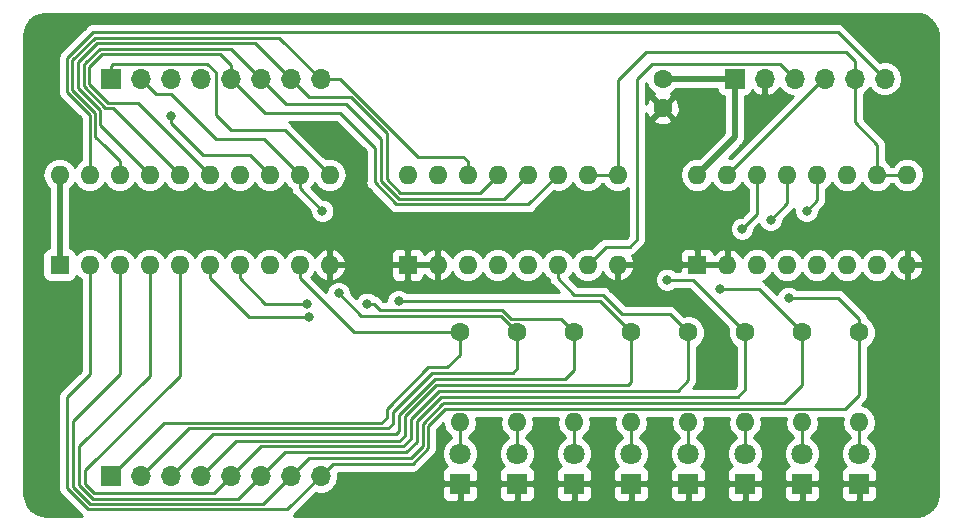
<source format=gtl>
G04 #@! TF.GenerationSoftware,KiCad,Pcbnew,5.0.2-bee76a0~70~ubuntu16.04.1*
G04 #@! TF.CreationDate,2020-01-13T19:01:32-06:00*
G04 #@! TF.ProjectId,GPRegisters,47505265-6769-4737-9465-72732e6b6963,rev?*
G04 #@! TF.SameCoordinates,Original*
G04 #@! TF.FileFunction,Copper,L1,Top*
G04 #@! TF.FilePolarity,Positive*
%FSLAX46Y46*%
G04 Gerber Fmt 4.6, Leading zero omitted, Abs format (unit mm)*
G04 Created by KiCad (PCBNEW 5.0.2-bee76a0~70~ubuntu16.04.1) date lun 13 ene 2020 19:01:32 CST*
%MOMM*%
%LPD*%
G01*
G04 APERTURE LIST*
G04 #@! TA.AperFunction,ComponentPad*
%ADD10C,1.600000*%
G04 #@! TD*
G04 #@! TA.AperFunction,ComponentPad*
%ADD11R,1.800000X1.800000*%
G04 #@! TD*
G04 #@! TA.AperFunction,ComponentPad*
%ADD12C,1.800000*%
G04 #@! TD*
G04 #@! TA.AperFunction,ComponentPad*
%ADD13O,1.700000X1.700000*%
G04 #@! TD*
G04 #@! TA.AperFunction,ComponentPad*
%ADD14R,1.700000X1.700000*%
G04 #@! TD*
G04 #@! TA.AperFunction,ComponentPad*
%ADD15O,1.600000X1.600000*%
G04 #@! TD*
G04 #@! TA.AperFunction,ComponentPad*
%ADD16R,1.600000X1.600000*%
G04 #@! TD*
G04 #@! TA.AperFunction,ViaPad*
%ADD17C,0.800000*%
G04 #@! TD*
G04 #@! TA.AperFunction,Conductor*
%ADD18C,0.500000*%
G04 #@! TD*
G04 #@! TA.AperFunction,Conductor*
%ADD19C,0.250000*%
G04 #@! TD*
G04 #@! TA.AperFunction,Conductor*
%ADD20C,0.254000*%
G04 #@! TD*
G04 APERTURE END LIST*
D10*
G04 #@! TO.P,C1,2*
G04 #@! TO.N,GND*
X135001000Y-57745000D03*
G04 #@! TO.P,C1,1*
G04 #@! TO.N,VCC*
X135001000Y-55245000D03*
G04 #@! TD*
D11*
G04 #@! TO.P,D1,1*
G04 #@! TO.N,GND*
X117856000Y-89535000D03*
D12*
G04 #@! TO.P,D1,2*
G04 #@! TO.N,Net-(D1-Pad2)*
X117856000Y-86995000D03*
G04 #@! TD*
G04 #@! TO.P,D2,2*
G04 #@! TO.N,Net-(D2-Pad2)*
X122682000Y-86995000D03*
D11*
G04 #@! TO.P,D2,1*
G04 #@! TO.N,GND*
X122682000Y-89535000D03*
G04 #@! TD*
G04 #@! TO.P,D3,1*
G04 #@! TO.N,GND*
X127508000Y-89535000D03*
D12*
G04 #@! TO.P,D3,2*
G04 #@! TO.N,Net-(D3-Pad2)*
X127508000Y-86995000D03*
G04 #@! TD*
G04 #@! TO.P,D4,2*
G04 #@! TO.N,Net-(D4-Pad2)*
X132334000Y-86995000D03*
D11*
G04 #@! TO.P,D4,1*
G04 #@! TO.N,GND*
X132334000Y-89535000D03*
G04 #@! TD*
G04 #@! TO.P,D5,1*
G04 #@! TO.N,GND*
X137160000Y-89535000D03*
D12*
G04 #@! TO.P,D5,2*
G04 #@! TO.N,Net-(D5-Pad2)*
X137160000Y-86995000D03*
G04 #@! TD*
G04 #@! TO.P,D6,2*
G04 #@! TO.N,Net-(D6-Pad2)*
X141986000Y-86995000D03*
D11*
G04 #@! TO.P,D6,1*
G04 #@! TO.N,GND*
X141986000Y-89535000D03*
G04 #@! TD*
G04 #@! TO.P,D7,1*
G04 #@! TO.N,GND*
X146812000Y-89535000D03*
D12*
G04 #@! TO.P,D7,2*
G04 #@! TO.N,Net-(D7-Pad2)*
X146812000Y-86995000D03*
G04 #@! TD*
G04 #@! TO.P,D8,2*
G04 #@! TO.N,Net-(D8-Pad2)*
X151638000Y-86995000D03*
D11*
G04 #@! TO.P,D8,1*
G04 #@! TO.N,GND*
X151638000Y-89535000D03*
G04 #@! TD*
D13*
G04 #@! TO.P,J1,8*
G04 #@! TO.N,/D0*
X106045000Y-55245000D03*
G04 #@! TO.P,J1,7*
G04 #@! TO.N,/D1*
X103505000Y-55245000D03*
G04 #@! TO.P,J1,6*
G04 #@! TO.N,/D2*
X100965000Y-55245000D03*
G04 #@! TO.P,J1,5*
G04 #@! TO.N,/D3*
X98425000Y-55245000D03*
G04 #@! TO.P,J1,4*
G04 #@! TO.N,/D4*
X95885000Y-55245000D03*
G04 #@! TO.P,J1,3*
G04 #@! TO.N,/D5*
X93345000Y-55245000D03*
G04 #@! TO.P,J1,2*
G04 #@! TO.N,/D6*
X90805000Y-55245000D03*
D14*
G04 #@! TO.P,J1,1*
G04 #@! TO.N,/D7*
X88265000Y-55245000D03*
G04 #@! TD*
D13*
G04 #@! TO.P,J2,6*
G04 #@! TO.N,/~EN*
X153797000Y-55245000D03*
G04 #@! TO.P,J2,5*
G04 #@! TO.N,/CLR*
X151257000Y-55245000D03*
G04 #@! TO.P,J2,4*
G04 #@! TO.N,/~LOAD*
X148717000Y-55245000D03*
G04 #@! TO.P,J2,3*
G04 #@! TO.N,/CLK*
X146177000Y-55245000D03*
G04 #@! TO.P,J2,2*
G04 #@! TO.N,GND*
X143637000Y-55245000D03*
D14*
G04 #@! TO.P,J2,1*
G04 #@! TO.N,VCC*
X141097000Y-55245000D03*
G04 #@! TD*
G04 #@! TO.P,J3,1*
G04 #@! TO.N,/Q7*
X88265000Y-88900000D03*
D13*
G04 #@! TO.P,J3,2*
G04 #@! TO.N,/Q6*
X90805000Y-88900000D03*
G04 #@! TO.P,J3,3*
G04 #@! TO.N,/Q5*
X93345000Y-88900000D03*
G04 #@! TO.P,J3,4*
G04 #@! TO.N,/Q4*
X95885000Y-88900000D03*
G04 #@! TO.P,J3,5*
G04 #@! TO.N,/Q3*
X98425000Y-88900000D03*
G04 #@! TO.P,J3,6*
G04 #@! TO.N,/Q2*
X100965000Y-88900000D03*
G04 #@! TO.P,J3,7*
G04 #@! TO.N,/Q1*
X103505000Y-88900000D03*
G04 #@! TO.P,J3,8*
G04 #@! TO.N,/Q0*
X106045000Y-88900000D03*
G04 #@! TD*
D10*
G04 #@! TO.P,R1,1*
G04 #@! TO.N,/Q7*
X117856000Y-76708000D03*
D15*
G04 #@! TO.P,R1,2*
G04 #@! TO.N,Net-(D1-Pad2)*
X117856000Y-84328000D03*
G04 #@! TD*
G04 #@! TO.P,R2,2*
G04 #@! TO.N,Net-(D2-Pad2)*
X122682000Y-84328000D03*
D10*
G04 #@! TO.P,R2,1*
G04 #@! TO.N,/Q6*
X122682000Y-76708000D03*
G04 #@! TD*
G04 #@! TO.P,R3,1*
G04 #@! TO.N,/Q5*
X127508000Y-76708000D03*
D15*
G04 #@! TO.P,R3,2*
G04 #@! TO.N,Net-(D3-Pad2)*
X127508000Y-84328000D03*
G04 #@! TD*
G04 #@! TO.P,R4,2*
G04 #@! TO.N,Net-(D4-Pad2)*
X132334000Y-84328000D03*
D10*
G04 #@! TO.P,R4,1*
G04 #@! TO.N,/Q4*
X132334000Y-76708000D03*
G04 #@! TD*
D15*
G04 #@! TO.P,R5,2*
G04 #@! TO.N,Net-(D5-Pad2)*
X137160000Y-84328000D03*
D10*
G04 #@! TO.P,R5,1*
G04 #@! TO.N,/Q3*
X137160000Y-76708000D03*
G04 #@! TD*
G04 #@! TO.P,R6,1*
G04 #@! TO.N,/Q2*
X141986000Y-76708000D03*
D15*
G04 #@! TO.P,R6,2*
G04 #@! TO.N,Net-(D6-Pad2)*
X141986000Y-84328000D03*
G04 #@! TD*
G04 #@! TO.P,R7,2*
G04 #@! TO.N,Net-(D7-Pad2)*
X146812000Y-84328000D03*
D10*
G04 #@! TO.P,R7,1*
G04 #@! TO.N,/Q1*
X146812000Y-76708000D03*
G04 #@! TD*
G04 #@! TO.P,R8,1*
G04 #@! TO.N,/Q0*
X151638000Y-76708000D03*
D15*
G04 #@! TO.P,R8,2*
G04 #@! TO.N,Net-(D8-Pad2)*
X151638000Y-84328000D03*
G04 #@! TD*
G04 #@! TO.P,U1,16*
G04 #@! TO.N,VCC*
X137922000Y-63373000D03*
G04 #@! TO.P,U1,8*
G04 #@! TO.N,GND*
X155702000Y-70993000D03*
G04 #@! TO.P,U1,15*
G04 #@! TO.N,/~LOAD*
X140462000Y-63373000D03*
G04 #@! TO.P,U1,7*
G04 #@! TO.N,/CLK*
X153162000Y-70993000D03*
G04 #@! TO.P,U1,14*
G04 #@! TO.N,/D4*
X143002000Y-63373000D03*
G04 #@! TO.P,U1,6*
G04 #@! TO.N,/Q7*
X150622000Y-70993000D03*
G04 #@! TO.P,U1,13*
G04 #@! TO.N,/D5*
X145542000Y-63373000D03*
G04 #@! TO.P,U1,5*
G04 #@! TO.N,/Q6*
X148082000Y-70993000D03*
G04 #@! TO.P,U1,12*
G04 #@! TO.N,/D6*
X148082000Y-63373000D03*
G04 #@! TO.P,U1,4*
G04 #@! TO.N,/Q5*
X145542000Y-70993000D03*
G04 #@! TO.P,U1,11*
G04 #@! TO.N,/D7*
X150622000Y-63373000D03*
G04 #@! TO.P,U1,3*
G04 #@! TO.N,/Q4*
X143002000Y-70993000D03*
G04 #@! TO.P,U1,10*
G04 #@! TO.N,/CLR*
X153162000Y-63373000D03*
G04 #@! TO.P,U1,2*
G04 #@! TO.N,GND*
X140462000Y-70993000D03*
G04 #@! TO.P,U1,9*
G04 #@! TO.N,/CLR*
X155702000Y-63373000D03*
D16*
G04 #@! TO.P,U1,1*
G04 #@! TO.N,GND*
X137922000Y-70993000D03*
G04 #@! TD*
D15*
G04 #@! TO.P,U2,16*
G04 #@! TO.N,VCC*
X113411000Y-63373000D03*
G04 #@! TO.P,U2,8*
G04 #@! TO.N,GND*
X131191000Y-70993000D03*
G04 #@! TO.P,U2,15*
G04 #@! TO.N,/~LOAD*
X115951000Y-63373000D03*
G04 #@! TO.P,U2,7*
G04 #@! TO.N,/CLK*
X128651000Y-70993000D03*
G04 #@! TO.P,U2,14*
G04 #@! TO.N,/D0*
X118491000Y-63373000D03*
G04 #@! TO.P,U2,6*
G04 #@! TO.N,/Q3*
X126111000Y-70993000D03*
G04 #@! TO.P,U2,13*
G04 #@! TO.N,/D1*
X121031000Y-63373000D03*
G04 #@! TO.P,U2,5*
G04 #@! TO.N,/Q2*
X123571000Y-70993000D03*
G04 #@! TO.P,U2,12*
G04 #@! TO.N,/D2*
X123571000Y-63373000D03*
G04 #@! TO.P,U2,4*
G04 #@! TO.N,/Q1*
X121031000Y-70993000D03*
G04 #@! TO.P,U2,11*
G04 #@! TO.N,/D3*
X126111000Y-63373000D03*
G04 #@! TO.P,U2,3*
G04 #@! TO.N,/Q0*
X118491000Y-70993000D03*
G04 #@! TO.P,U2,10*
G04 #@! TO.N,/CLR*
X128651000Y-63373000D03*
G04 #@! TO.P,U2,2*
G04 #@! TO.N,GND*
X115951000Y-70993000D03*
G04 #@! TO.P,U2,9*
G04 #@! TO.N,/CLR*
X131191000Y-63373000D03*
D16*
G04 #@! TO.P,U2,1*
G04 #@! TO.N,GND*
X113411000Y-70993000D03*
G04 #@! TD*
D15*
G04 #@! TO.P,U3,20*
G04 #@! TO.N,VCC*
X83947000Y-63373000D03*
G04 #@! TO.P,U3,10*
G04 #@! TO.N,GND*
X106807000Y-70993000D03*
G04 #@! TO.P,U3,19*
G04 #@! TO.N,/~EN*
X86487000Y-63373000D03*
G04 #@! TO.P,U3,9*
G04 #@! TO.N,/Q7*
X104267000Y-70993000D03*
G04 #@! TO.P,U3,18*
G04 #@! TO.N,/D0*
X89027000Y-63373000D03*
G04 #@! TO.P,U3,8*
G04 #@! TO.N,/Q6*
X101727000Y-70993000D03*
G04 #@! TO.P,U3,17*
G04 #@! TO.N,/D1*
X91567000Y-63373000D03*
G04 #@! TO.P,U3,7*
G04 #@! TO.N,/Q5*
X99187000Y-70993000D03*
G04 #@! TO.P,U3,16*
G04 #@! TO.N,/D2*
X94107000Y-63373000D03*
G04 #@! TO.P,U3,6*
G04 #@! TO.N,/Q4*
X96647000Y-70993000D03*
G04 #@! TO.P,U3,15*
G04 #@! TO.N,/D3*
X96647000Y-63373000D03*
G04 #@! TO.P,U3,5*
G04 #@! TO.N,/Q3*
X94107000Y-70993000D03*
G04 #@! TO.P,U3,14*
G04 #@! TO.N,/D4*
X99187000Y-63373000D03*
G04 #@! TO.P,U3,4*
G04 #@! TO.N,/Q2*
X91567000Y-70993000D03*
G04 #@! TO.P,U3,13*
G04 #@! TO.N,/D5*
X101727000Y-63373000D03*
G04 #@! TO.P,U3,3*
G04 #@! TO.N,/Q1*
X89027000Y-70993000D03*
G04 #@! TO.P,U3,12*
G04 #@! TO.N,/D6*
X104267000Y-63373000D03*
G04 #@! TO.P,U3,2*
G04 #@! TO.N,/Q0*
X86487000Y-70993000D03*
G04 #@! TO.P,U3,11*
G04 #@! TO.N,/D7*
X106807000Y-63373000D03*
D16*
G04 #@! TO.P,U3,1*
G04 #@! TO.N,VCC*
X83947000Y-70993000D03*
G04 #@! TD*
D17*
G04 #@! TO.N,/D4*
X141732000Y-67945000D03*
G04 #@! TO.N,/D5*
X144145000Y-67183000D03*
X93345000Y-58420000D03*
G04 #@! TO.N,/D6*
X106183630Y-66421000D03*
X147193000Y-66421000D03*
G04 #@! TO.N,/Q6*
X107569000Y-73406000D03*
G04 #@! TO.N,/Q5*
X104902000Y-74295000D03*
X109982000Y-74295000D03*
G04 #@! TO.N,/Q4*
X105029000Y-75438000D03*
X112649000Y-74078000D03*
G04 #@! TO.N,/Q2*
X135382000Y-72263000D03*
G04 #@! TO.N,/Q1*
X139827000Y-73025000D03*
G04 #@! TO.N,/Q0*
X145669000Y-73787000D03*
G04 #@! TD*
D18*
G04 #@! TO.N,VCC*
X139747000Y-55245000D02*
X135001000Y-55245000D01*
X141097000Y-55245000D02*
X139747000Y-55245000D01*
X83947000Y-70993000D02*
X83947000Y-63373000D01*
X141097000Y-60198000D02*
X141097000Y-55245000D01*
X137922000Y-63373000D02*
X141097000Y-60198000D01*
D19*
G04 #@! TO.N,Net-(D1-Pad2)*
X117856000Y-86995000D02*
X117856000Y-84328000D01*
G04 #@! TO.N,Net-(D2-Pad2)*
X122682000Y-85722208D02*
X122682000Y-84328000D01*
X122682000Y-86995000D02*
X122682000Y-85722208D01*
G04 #@! TO.N,Net-(D3-Pad2)*
X127508000Y-85722208D02*
X127508000Y-84328000D01*
X127508000Y-86995000D02*
X127508000Y-85722208D01*
G04 #@! TO.N,Net-(D4-Pad2)*
X132334000Y-85722208D02*
X132334000Y-84328000D01*
X132334000Y-86995000D02*
X132334000Y-85722208D01*
G04 #@! TO.N,Net-(D5-Pad2)*
X137160000Y-85722208D02*
X137160000Y-84328000D01*
X137160000Y-86995000D02*
X137160000Y-85722208D01*
G04 #@! TO.N,Net-(D6-Pad2)*
X141986000Y-86995000D02*
X141986000Y-84328000D01*
G04 #@! TO.N,Net-(D7-Pad2)*
X146812000Y-85722208D02*
X146812000Y-84328000D01*
X146812000Y-86995000D02*
X146812000Y-85722208D01*
G04 #@! TO.N,Net-(D8-Pad2)*
X151638000Y-85459370D02*
X151638000Y-86995000D01*
X151638000Y-84328000D02*
X151638000Y-85459370D01*
G04 #@! TO.N,/D0*
X86927400Y-51758010D02*
X102558010Y-51758010D01*
X102558010Y-51758010D02*
X106045000Y-55245000D01*
X85032010Y-53653400D02*
X86927400Y-51758010D01*
X85032010Y-56201600D02*
X85032010Y-53653400D01*
X89027000Y-63373000D02*
X89027000Y-62241630D01*
X86937009Y-58106599D02*
X85032010Y-56201600D01*
X87757000Y-60960000D02*
X86937010Y-60140010D01*
X89027000Y-62241630D02*
X87757000Y-60971630D01*
X86937010Y-60140010D02*
X86937009Y-58106599D01*
X87757000Y-60971630D02*
X87757000Y-60960000D01*
X118491000Y-63373000D02*
X118491000Y-62241630D01*
X118491000Y-62241630D02*
X118098370Y-61849000D01*
X118098370Y-61849000D02*
X114301410Y-61849000D01*
X114301410Y-61849000D02*
X107950000Y-55497590D01*
X107950000Y-55497590D02*
X107948590Y-55497590D01*
X107696000Y-55245000D02*
X106045000Y-55245000D01*
X107948590Y-55497590D02*
X107696000Y-55245000D01*
G04 #@! TO.N,/D1*
X100468020Y-52208020D02*
X103505000Y-55245000D01*
X87113800Y-52208020D02*
X100468020Y-52208020D01*
X85482020Y-53839800D02*
X87113800Y-52208020D01*
X91567000Y-63373000D02*
X87387018Y-59193018D01*
X87387018Y-59193018D02*
X87387018Y-57920198D01*
X87387018Y-57920198D02*
X85482020Y-56015200D01*
X85482020Y-56015200D02*
X85482020Y-53839800D01*
X119507000Y-64897000D02*
X121031000Y-63373000D01*
X112776000Y-64897000D02*
X119507000Y-64897000D01*
X111633000Y-63754000D02*
X112776000Y-64897000D01*
X103505000Y-55245000D02*
X105029000Y-56769000D01*
X111633000Y-59817000D02*
X111633000Y-63754000D01*
X105029000Y-56769000D02*
X108585000Y-56769000D01*
X108585000Y-56769000D02*
X111633000Y-59817000D01*
G04 #@! TO.N,/D2*
X98425000Y-52705000D02*
X100965000Y-55245000D01*
X87347170Y-52705000D02*
X98425000Y-52705000D01*
X86204170Y-53848000D02*
X87347170Y-52705000D01*
X86072940Y-53979230D02*
X86204170Y-53848000D01*
X88472028Y-57738028D02*
X94107000Y-63373000D01*
X87837028Y-57738028D02*
X88472028Y-57738028D01*
X86204170Y-53848000D02*
X85979000Y-54073170D01*
X85979000Y-54073170D02*
X85979000Y-55875770D01*
X87837028Y-57733798D02*
X87837028Y-57738028D01*
X85979000Y-55875770D02*
X87837028Y-57733798D01*
X112647590Y-65405000D02*
X121539000Y-65405000D01*
X111125000Y-63882410D02*
X112647590Y-65405000D01*
X121539000Y-65405000D02*
X123571000Y-63373000D01*
X100965000Y-55245000D02*
X103124000Y-57404000D01*
X111125000Y-60325000D02*
X111125000Y-63882410D01*
X103124000Y-57404000D02*
X108204000Y-57404000D01*
X108204000Y-57404000D02*
X111125000Y-60325000D01*
G04 #@! TO.N,/D3*
X98425000Y-54042919D02*
X97537091Y-53155010D01*
X98425000Y-55245000D02*
X98425000Y-54042919D01*
X97537091Y-53155010D02*
X87533570Y-53155010D01*
X87533570Y-53155010D02*
X86429010Y-54259570D01*
X86429010Y-54259570D02*
X86429010Y-55689370D01*
X90562018Y-57288018D02*
X95847001Y-62573001D01*
X95847001Y-62573001D02*
X96647000Y-63373000D01*
X88027658Y-57288018D02*
X90562018Y-57288018D01*
X86429010Y-55689370D02*
X88027658Y-57288018D01*
X123628990Y-65855010D02*
X126111000Y-63373000D01*
X110617000Y-64010820D02*
X112461190Y-65855010D01*
X112461190Y-65855010D02*
X123628990Y-65855010D01*
X98425000Y-55245000D02*
X101346000Y-58166000D01*
X101346000Y-58166000D02*
X107696000Y-58166000D01*
X107696000Y-58166000D02*
X110617000Y-61087000D01*
X110617000Y-61087000D02*
X110617000Y-64010820D01*
G04 #@! TO.N,/D4*
X143002000Y-63373000D02*
X143002000Y-64504370D01*
X143002000Y-64504370D02*
X143002000Y-66675000D01*
X143002000Y-66675000D02*
X141732000Y-67945000D01*
G04 #@! TO.N,/D5*
X144145000Y-67183000D02*
X144145000Y-67183000D01*
X93345000Y-58985685D02*
X96081315Y-61722000D01*
X93345000Y-58420000D02*
X93345000Y-58985685D01*
X100076000Y-61722000D02*
X101727000Y-63373000D01*
X96081315Y-61722000D02*
X100076000Y-61722000D01*
X145542000Y-64498001D02*
X145542000Y-63373000D01*
X145542000Y-65786000D02*
X145542000Y-64498001D01*
X144145000Y-67183000D02*
X145542000Y-65786000D01*
G04 #@! TO.N,/D6*
X104267000Y-63373000D02*
X103886000Y-63373000D01*
X92075000Y-56515000D02*
X90805000Y-55245000D01*
X104267000Y-63373000D02*
X101219000Y-60325000D01*
X93345000Y-56515000D02*
X92075000Y-56515000D01*
X101219000Y-60325000D02*
X97155000Y-60325000D01*
X97155000Y-60325000D02*
X93345000Y-56515000D01*
X148082000Y-63373000D02*
X148082000Y-64504370D01*
X148082000Y-64504370D02*
X148082000Y-65532000D01*
X148082000Y-65532000D02*
X147193000Y-66421000D01*
X104267000Y-64504370D02*
X106183630Y-66421000D01*
X104267000Y-63373000D02*
X104267000Y-64504370D01*
X106183630Y-66421000D02*
X106183630Y-66421000D01*
X147193000Y-66421000D02*
X147193000Y-66421000D01*
G04 #@! TO.N,/D7*
X88265000Y-55245000D02*
X88265000Y-54145000D01*
X88265000Y-54145000D02*
X88435000Y-53975000D01*
X96139000Y-53975000D02*
X96354002Y-53975000D01*
X88435000Y-53975000D02*
X96139000Y-53975000D01*
X105681999Y-62247999D02*
X106807000Y-63373000D01*
X98425000Y-59563000D02*
X102616000Y-59563000D01*
X96449001Y-53975000D02*
X97155000Y-54680999D01*
X97155000Y-54680999D02*
X97155000Y-58293000D01*
X96139000Y-53975000D02*
X96449001Y-53975000D01*
X97155000Y-58293000D02*
X98425000Y-59563000D01*
X105681999Y-62247999D02*
X103759000Y-60325000D01*
X102616000Y-59563000D02*
X102997000Y-59563000D01*
X103759000Y-60325000D02*
X102997000Y-59563000D01*
G04 #@! TO.N,/~EN*
X86487000Y-63373000D02*
X86487000Y-58293000D01*
X86487000Y-58293000D02*
X84582000Y-56388000D01*
X84582000Y-53467000D02*
X86741000Y-51308000D01*
X149860000Y-51308000D02*
X153797000Y-55245000D01*
X86741000Y-51308000D02*
X149860000Y-51308000D01*
X84582000Y-56388000D02*
X84582000Y-53467000D01*
G04 #@! TO.N,/CLR*
X154570630Y-63373000D02*
X153162000Y-63373000D01*
X155702000Y-63373000D02*
X154570630Y-63373000D01*
X151257000Y-58928000D02*
X151257000Y-55245000D01*
X153162000Y-60833000D02*
X151257000Y-58928000D01*
X153162000Y-63373000D02*
X153162000Y-60833000D01*
X128651000Y-63373000D02*
X131191000Y-63373000D01*
X131191000Y-55372000D02*
X131191000Y-63373000D01*
X151257000Y-55245000D02*
X151257000Y-53721000D01*
X133604000Y-52959000D02*
X131191000Y-55372000D01*
X151257000Y-53721000D02*
X150495000Y-52959000D01*
X150495000Y-52959000D02*
X133604000Y-52959000D01*
G04 #@! TO.N,/~LOAD*
X148590000Y-55245000D02*
X148717000Y-55245000D01*
X140462000Y-63373000D02*
X148590000Y-55245000D01*
G04 #@! TO.N,/CLK*
X144907000Y-53975000D02*
X146177000Y-55245000D01*
X134112000Y-53975000D02*
X144907000Y-53975000D01*
X130175000Y-69469000D02*
X132207000Y-69469000D01*
X128651000Y-70993000D02*
X130175000Y-69469000D01*
X132207000Y-69469000D02*
X132842000Y-68834000D01*
X132842000Y-55245000D02*
X134112000Y-53975000D01*
X132842000Y-68834000D02*
X132842000Y-55245000D01*
G04 #@! TO.N,/Q7*
X117856000Y-78613000D02*
X117856000Y-76708000D01*
X116782010Y-79686990D02*
X117856000Y-78613000D01*
X115131010Y-79686990D02*
X116782010Y-79686990D01*
X111633000Y-83185000D02*
X115131010Y-79686990D01*
X88265000Y-88900000D02*
X92779010Y-84385990D01*
X92779010Y-84385990D02*
X111194010Y-84385990D01*
X111633000Y-83947000D02*
X111633000Y-83185000D01*
X111194010Y-84385990D02*
X111633000Y-83947000D01*
X108850630Y-76708000D02*
X116724630Y-76708000D01*
X116724630Y-76708000D02*
X117856000Y-76708000D01*
X104267000Y-72124370D02*
X108850630Y-76708000D01*
X104267000Y-70993000D02*
X104267000Y-72124370D01*
G04 #@! TO.N,/Q6*
X122682000Y-79756000D02*
X122682000Y-77839370D01*
X122301000Y-80137000D02*
X122682000Y-79756000D01*
X112141000Y-83439000D02*
X115443000Y-80137000D01*
X122682000Y-77839370D02*
X122682000Y-76708000D01*
X115443000Y-80137000D02*
X122301000Y-80137000D01*
X90805000Y-88900000D02*
X94869000Y-84836000D01*
X111760000Y-84836000D02*
X112141000Y-84455000D01*
X94869000Y-84836000D02*
X111760000Y-84836000D01*
X112141000Y-84455000D02*
X112141000Y-83439000D01*
X121285000Y-75311000D02*
X122682000Y-76708000D01*
X109474000Y-75311000D02*
X121285000Y-75311000D01*
X107569000Y-73406000D02*
X109474000Y-75311000D01*
G04 #@! TO.N,/Q5*
X112395000Y-85344000D02*
X96901000Y-85344000D01*
X112649000Y-85090000D02*
X112395000Y-85344000D01*
X112649000Y-83691590D02*
X112649000Y-85090000D01*
X127508000Y-76708000D02*
X127508000Y-79883000D01*
X96901000Y-85344000D02*
X93345000Y-88900000D01*
X115695590Y-80645000D02*
X112649000Y-83691590D01*
X127508000Y-79883000D02*
X126746000Y-80645000D01*
X126746000Y-80645000D02*
X115695590Y-80645000D01*
X99187000Y-72124370D02*
X101357630Y-74295000D01*
X99187000Y-70993000D02*
X99187000Y-72124370D01*
X101357630Y-74295000D02*
X104902000Y-74295000D01*
X110547685Y-74295000D02*
X111055685Y-74803000D01*
X109982000Y-74295000D02*
X110547685Y-74295000D01*
X126382999Y-75582999D02*
X126708001Y-75908001D01*
X122193409Y-75582999D02*
X126382999Y-75582999D01*
X126708001Y-75908001D02*
X127508000Y-76708000D01*
X121413410Y-74803000D02*
X122193409Y-75582999D01*
X111055685Y-74803000D02*
X121413410Y-74803000D01*
G04 #@! TO.N,/Q4*
X113157000Y-85471000D02*
X112718010Y-85909990D01*
X113157000Y-83820000D02*
X113157000Y-85471000D01*
X98875010Y-85909990D02*
X95885000Y-88900000D01*
X115824000Y-81153000D02*
X113157000Y-83820000D01*
X132334000Y-80899000D02*
X132080000Y-81153000D01*
X112718010Y-85909990D02*
X98875010Y-85909990D01*
X132334000Y-76708000D02*
X132334000Y-80899000D01*
X132080000Y-81153000D02*
X115824000Y-81153000D01*
X96647000Y-72124370D02*
X99960630Y-75438000D01*
X96647000Y-70993000D02*
X96647000Y-72124370D01*
X99960630Y-75438000D02*
X105029000Y-75438000D01*
X129704000Y-74078000D02*
X132334000Y-76708000D01*
X112649000Y-74078000D02*
X129704000Y-74078000D01*
G04 #@! TO.N,/Q3*
X100965000Y-86360000D02*
X98425000Y-88900000D01*
X113030000Y-86360000D02*
X100965000Y-86360000D01*
X113665000Y-85725000D02*
X113030000Y-86360000D01*
X137160000Y-76708000D02*
X137160000Y-80772000D01*
X113665000Y-84072590D02*
X113665000Y-85725000D01*
X116076590Y-81661000D02*
X113665000Y-84072590D01*
X137160000Y-80772000D02*
X136271000Y-81661000D01*
X136271000Y-81661000D02*
X116076590Y-81661000D01*
X94107000Y-70993000D02*
X94107000Y-72124370D01*
X94107000Y-72124370D02*
X94107000Y-80391000D01*
X97028000Y-90297000D02*
X98425000Y-88900000D01*
X94107000Y-80391000D02*
X86106000Y-88392000D01*
X86106000Y-88392000D02*
X86106000Y-89535000D01*
X86106000Y-89535000D02*
X86868000Y-90297000D01*
X86868000Y-90297000D02*
X97028000Y-90297000D01*
X131572000Y-75184000D02*
X135636000Y-75184000D01*
X126111000Y-70993000D02*
X126111000Y-72124370D01*
X126111000Y-72124370D02*
X127519630Y-73533000D01*
X127519630Y-73533000D02*
X129921000Y-73533000D01*
X135636000Y-75184000D02*
X137160000Y-76708000D01*
X129921000Y-73533000D02*
X131572000Y-75184000D01*
G04 #@! TO.N,/Q2*
X141986000Y-81534000D02*
X141986000Y-76708000D01*
X141351000Y-82169000D02*
X141986000Y-81534000D01*
X100965000Y-88900000D02*
X102997000Y-86868000D01*
X114173000Y-84201000D02*
X116205000Y-82169000D01*
X102997000Y-86868000D02*
X113284000Y-86868000D01*
X116205000Y-82169000D02*
X141351000Y-82169000D01*
X113284000Y-86868000D02*
X114173000Y-85979000D01*
X114173000Y-85979000D02*
X114173000Y-84201000D01*
X99060000Y-90805000D02*
X100965000Y-88900000D01*
X86739590Y-90805000D02*
X99060000Y-90805000D01*
X91567000Y-70993000D02*
X91567000Y-80391000D01*
X85598000Y-89663410D02*
X86739590Y-90805000D01*
X91567000Y-80391000D02*
X85598000Y-86360000D01*
X85598000Y-86360000D02*
X85598000Y-89663410D01*
X137541000Y-72263000D02*
X135382000Y-72263000D01*
X141986000Y-76708000D02*
X137541000Y-72263000D01*
G04 #@! TO.N,/Q1*
X103505000Y-88900000D02*
X105029000Y-87376000D01*
X105029000Y-87376000D02*
X113665000Y-87376000D01*
X113665000Y-87376000D02*
X114681000Y-86360000D01*
X114681000Y-84453590D02*
X116330590Y-82804000D01*
X114681000Y-86360000D02*
X114681000Y-84453590D01*
X116330590Y-82804000D02*
X116332000Y-82804000D01*
X116332000Y-82804000D02*
X116459000Y-82677000D01*
X116459000Y-82677000D02*
X145288000Y-82677000D01*
X146812000Y-81153000D02*
X146812000Y-76708000D01*
X145288000Y-82677000D02*
X146812000Y-81153000D01*
X101149991Y-91255009D02*
X103505000Y-88900000D01*
X86553189Y-91255009D02*
X101149991Y-91255009D01*
X89027000Y-70993000D02*
X89027000Y-80264000D01*
X89027000Y-80264000D02*
X85090000Y-84201000D01*
X85090000Y-84201000D02*
X85090000Y-89791820D01*
X85090000Y-89791820D02*
X86553189Y-91255009D01*
X143129000Y-73025000D02*
X146812000Y-76708000D01*
X139827000Y-73025000D02*
X143129000Y-73025000D01*
G04 #@! TO.N,/Q0*
X107118990Y-87826010D02*
X113851401Y-87826009D01*
X106045000Y-88900000D02*
X107118990Y-87826010D01*
X115131010Y-86546400D02*
X115062000Y-86615410D01*
X116568001Y-83202999D02*
X115131010Y-84639990D01*
X115131010Y-84639990D02*
X115131010Y-86546400D01*
X150477001Y-83202999D02*
X116568001Y-83202999D01*
X151638000Y-82042000D02*
X150477001Y-83202999D01*
X151638000Y-76708000D02*
X151638000Y-82042000D01*
X113851401Y-87826009D02*
X115131010Y-86546400D01*
X84582000Y-89920230D02*
X86366789Y-91705019D01*
X86366789Y-91705019D02*
X103239981Y-91705019D01*
X84582000Y-82931000D02*
X84582000Y-89920230D01*
X103239981Y-91705019D02*
X106045000Y-88900000D01*
X84582000Y-82169000D02*
X84582000Y-82931000D01*
X86487000Y-80264000D02*
X84582000Y-82169000D01*
X86487000Y-70993000D02*
X86487000Y-80264000D01*
X151638000Y-75576630D02*
X149848370Y-73787000D01*
X151638000Y-76708000D02*
X151638000Y-75576630D01*
X149848370Y-73787000D02*
X145669000Y-73787000D01*
G04 #@! TD*
D20*
G04 #@! TO.N,GND*
G36*
X156917698Y-49794958D02*
X157342893Y-49963305D01*
X157712858Y-50232101D01*
X158004356Y-50584462D01*
X158199067Y-50998244D01*
X158291093Y-51480662D01*
X158294001Y-51573195D01*
X158294000Y-90379333D01*
X158231042Y-90877699D01*
X158062697Y-91302889D01*
X157793899Y-91672859D01*
X157441541Y-91964355D01*
X157027756Y-92159067D01*
X156545339Y-92251093D01*
X156452836Y-92254000D01*
X103786336Y-92254000D01*
X103787910Y-92252948D01*
X103830312Y-92189489D01*
X105678592Y-90341209D01*
X105898744Y-90385000D01*
X106191256Y-90385000D01*
X106624418Y-90298839D01*
X107115625Y-89970625D01*
X107215768Y-89820750D01*
X116321000Y-89820750D01*
X116321000Y-90561309D01*
X116417673Y-90794698D01*
X116596301Y-90973327D01*
X116829690Y-91070000D01*
X117570250Y-91070000D01*
X117729000Y-90911250D01*
X117729000Y-89662000D01*
X117983000Y-89662000D01*
X117983000Y-90911250D01*
X118141750Y-91070000D01*
X118882310Y-91070000D01*
X119115699Y-90973327D01*
X119294327Y-90794698D01*
X119391000Y-90561309D01*
X119391000Y-89820750D01*
X121147000Y-89820750D01*
X121147000Y-90561309D01*
X121243673Y-90794698D01*
X121422301Y-90973327D01*
X121655690Y-91070000D01*
X122396250Y-91070000D01*
X122555000Y-90911250D01*
X122555000Y-89662000D01*
X122809000Y-89662000D01*
X122809000Y-90911250D01*
X122967750Y-91070000D01*
X123708310Y-91070000D01*
X123941699Y-90973327D01*
X124120327Y-90794698D01*
X124217000Y-90561309D01*
X124217000Y-89820750D01*
X125973000Y-89820750D01*
X125973000Y-90561309D01*
X126069673Y-90794698D01*
X126248301Y-90973327D01*
X126481690Y-91070000D01*
X127222250Y-91070000D01*
X127381000Y-90911250D01*
X127381000Y-89662000D01*
X127635000Y-89662000D01*
X127635000Y-90911250D01*
X127793750Y-91070000D01*
X128534310Y-91070000D01*
X128767699Y-90973327D01*
X128946327Y-90794698D01*
X129043000Y-90561309D01*
X129043000Y-89820750D01*
X130799000Y-89820750D01*
X130799000Y-90561309D01*
X130895673Y-90794698D01*
X131074301Y-90973327D01*
X131307690Y-91070000D01*
X132048250Y-91070000D01*
X132207000Y-90911250D01*
X132207000Y-89662000D01*
X132461000Y-89662000D01*
X132461000Y-90911250D01*
X132619750Y-91070000D01*
X133360310Y-91070000D01*
X133593699Y-90973327D01*
X133772327Y-90794698D01*
X133869000Y-90561309D01*
X133869000Y-89820750D01*
X135625000Y-89820750D01*
X135625000Y-90561309D01*
X135721673Y-90794698D01*
X135900301Y-90973327D01*
X136133690Y-91070000D01*
X136874250Y-91070000D01*
X137033000Y-90911250D01*
X137033000Y-89662000D01*
X137287000Y-89662000D01*
X137287000Y-90911250D01*
X137445750Y-91070000D01*
X138186310Y-91070000D01*
X138419699Y-90973327D01*
X138598327Y-90794698D01*
X138695000Y-90561309D01*
X138695000Y-89820750D01*
X140451000Y-89820750D01*
X140451000Y-90561309D01*
X140547673Y-90794698D01*
X140726301Y-90973327D01*
X140959690Y-91070000D01*
X141700250Y-91070000D01*
X141859000Y-90911250D01*
X141859000Y-89662000D01*
X142113000Y-89662000D01*
X142113000Y-90911250D01*
X142271750Y-91070000D01*
X143012310Y-91070000D01*
X143245699Y-90973327D01*
X143424327Y-90794698D01*
X143521000Y-90561309D01*
X143521000Y-89820750D01*
X145277000Y-89820750D01*
X145277000Y-90561309D01*
X145373673Y-90794698D01*
X145552301Y-90973327D01*
X145785690Y-91070000D01*
X146526250Y-91070000D01*
X146685000Y-90911250D01*
X146685000Y-89662000D01*
X146939000Y-89662000D01*
X146939000Y-90911250D01*
X147097750Y-91070000D01*
X147838310Y-91070000D01*
X148071699Y-90973327D01*
X148250327Y-90794698D01*
X148347000Y-90561309D01*
X148347000Y-89820750D01*
X150103000Y-89820750D01*
X150103000Y-90561309D01*
X150199673Y-90794698D01*
X150378301Y-90973327D01*
X150611690Y-91070000D01*
X151352250Y-91070000D01*
X151511000Y-90911250D01*
X151511000Y-89662000D01*
X151765000Y-89662000D01*
X151765000Y-90911250D01*
X151923750Y-91070000D01*
X152664310Y-91070000D01*
X152897699Y-90973327D01*
X153076327Y-90794698D01*
X153173000Y-90561309D01*
X153173000Y-89820750D01*
X153014250Y-89662000D01*
X151765000Y-89662000D01*
X151511000Y-89662000D01*
X150261750Y-89662000D01*
X150103000Y-89820750D01*
X148347000Y-89820750D01*
X148188250Y-89662000D01*
X146939000Y-89662000D01*
X146685000Y-89662000D01*
X145435750Y-89662000D01*
X145277000Y-89820750D01*
X143521000Y-89820750D01*
X143362250Y-89662000D01*
X142113000Y-89662000D01*
X141859000Y-89662000D01*
X140609750Y-89662000D01*
X140451000Y-89820750D01*
X138695000Y-89820750D01*
X138536250Y-89662000D01*
X137287000Y-89662000D01*
X137033000Y-89662000D01*
X135783750Y-89662000D01*
X135625000Y-89820750D01*
X133869000Y-89820750D01*
X133710250Y-89662000D01*
X132461000Y-89662000D01*
X132207000Y-89662000D01*
X130957750Y-89662000D01*
X130799000Y-89820750D01*
X129043000Y-89820750D01*
X128884250Y-89662000D01*
X127635000Y-89662000D01*
X127381000Y-89662000D01*
X126131750Y-89662000D01*
X125973000Y-89820750D01*
X124217000Y-89820750D01*
X124058250Y-89662000D01*
X122809000Y-89662000D01*
X122555000Y-89662000D01*
X121305750Y-89662000D01*
X121147000Y-89820750D01*
X119391000Y-89820750D01*
X119232250Y-89662000D01*
X117983000Y-89662000D01*
X117729000Y-89662000D01*
X116479750Y-89662000D01*
X116321000Y-89820750D01*
X107215768Y-89820750D01*
X107443839Y-89479418D01*
X107559092Y-88900000D01*
X107496636Y-88586010D01*
X113776549Y-88586008D01*
X113851401Y-88600897D01*
X114147938Y-88541912D01*
X114335873Y-88416338D01*
X114335874Y-88416337D01*
X114399330Y-88373937D01*
X114441730Y-88310481D01*
X115615486Y-87136727D01*
X115678939Y-87094329D01*
X115721337Y-87030876D01*
X115721339Y-87030874D01*
X115845887Y-86844474D01*
X115846914Y-86842937D01*
X115891010Y-86621252D01*
X115891010Y-86621248D01*
X115905898Y-86546401D01*
X115891010Y-86471554D01*
X115891010Y-84954791D01*
X116413612Y-84432190D01*
X116504260Y-84887909D01*
X116821423Y-85362577D01*
X117096001Y-85546044D01*
X117096001Y-85648330D01*
X116986493Y-85693690D01*
X116554690Y-86125493D01*
X116321000Y-86689670D01*
X116321000Y-87300330D01*
X116554690Y-87864507D01*
X116731044Y-88040861D01*
X116596301Y-88096673D01*
X116417673Y-88275302D01*
X116321000Y-88508691D01*
X116321000Y-89249250D01*
X116479750Y-89408000D01*
X117729000Y-89408000D01*
X117729000Y-89388000D01*
X117983000Y-89388000D01*
X117983000Y-89408000D01*
X119232250Y-89408000D01*
X119391000Y-89249250D01*
X119391000Y-88508691D01*
X119294327Y-88275302D01*
X119115699Y-88096673D01*
X118980956Y-88040861D01*
X119157310Y-87864507D01*
X119391000Y-87300330D01*
X119391000Y-86689670D01*
X119157310Y-86125493D01*
X118725507Y-85693690D01*
X118616000Y-85648331D01*
X118616000Y-85546043D01*
X118890577Y-85362577D01*
X119207740Y-84887909D01*
X119319113Y-84328000D01*
X119246510Y-83962999D01*
X121291490Y-83962999D01*
X121218887Y-84328000D01*
X121330260Y-84887909D01*
X121647423Y-85362577D01*
X121922000Y-85546044D01*
X121922000Y-85648331D01*
X121812493Y-85693690D01*
X121380690Y-86125493D01*
X121147000Y-86689670D01*
X121147000Y-87300330D01*
X121380690Y-87864507D01*
X121557044Y-88040861D01*
X121422301Y-88096673D01*
X121243673Y-88275302D01*
X121147000Y-88508691D01*
X121147000Y-89249250D01*
X121305750Y-89408000D01*
X122555000Y-89408000D01*
X122555000Y-89388000D01*
X122809000Y-89388000D01*
X122809000Y-89408000D01*
X124058250Y-89408000D01*
X124217000Y-89249250D01*
X124217000Y-88508691D01*
X124120327Y-88275302D01*
X123941699Y-88096673D01*
X123806956Y-88040861D01*
X123983310Y-87864507D01*
X124217000Y-87300330D01*
X124217000Y-86689670D01*
X123983310Y-86125493D01*
X123551507Y-85693690D01*
X123442000Y-85648331D01*
X123442000Y-85546043D01*
X123716577Y-85362577D01*
X124033740Y-84887909D01*
X124145113Y-84328000D01*
X124072510Y-83962999D01*
X126117490Y-83962999D01*
X126044887Y-84328000D01*
X126156260Y-84887909D01*
X126473423Y-85362577D01*
X126748000Y-85546044D01*
X126748000Y-85648331D01*
X126638493Y-85693690D01*
X126206690Y-86125493D01*
X125973000Y-86689670D01*
X125973000Y-87300330D01*
X126206690Y-87864507D01*
X126383044Y-88040861D01*
X126248301Y-88096673D01*
X126069673Y-88275302D01*
X125973000Y-88508691D01*
X125973000Y-89249250D01*
X126131750Y-89408000D01*
X127381000Y-89408000D01*
X127381000Y-89388000D01*
X127635000Y-89388000D01*
X127635000Y-89408000D01*
X128884250Y-89408000D01*
X129043000Y-89249250D01*
X129043000Y-88508691D01*
X128946327Y-88275302D01*
X128767699Y-88096673D01*
X128632956Y-88040861D01*
X128809310Y-87864507D01*
X129043000Y-87300330D01*
X129043000Y-86689670D01*
X128809310Y-86125493D01*
X128377507Y-85693690D01*
X128268000Y-85648331D01*
X128268000Y-85546043D01*
X128542577Y-85362577D01*
X128859740Y-84887909D01*
X128971113Y-84328000D01*
X128898510Y-83962999D01*
X130943490Y-83962999D01*
X130870887Y-84328000D01*
X130982260Y-84887909D01*
X131299423Y-85362577D01*
X131574000Y-85546044D01*
X131574000Y-85648331D01*
X131464493Y-85693690D01*
X131032690Y-86125493D01*
X130799000Y-86689670D01*
X130799000Y-87300330D01*
X131032690Y-87864507D01*
X131209044Y-88040861D01*
X131074301Y-88096673D01*
X130895673Y-88275302D01*
X130799000Y-88508691D01*
X130799000Y-89249250D01*
X130957750Y-89408000D01*
X132207000Y-89408000D01*
X132207000Y-89388000D01*
X132461000Y-89388000D01*
X132461000Y-89408000D01*
X133710250Y-89408000D01*
X133869000Y-89249250D01*
X133869000Y-88508691D01*
X133772327Y-88275302D01*
X133593699Y-88096673D01*
X133458956Y-88040861D01*
X133635310Y-87864507D01*
X133869000Y-87300330D01*
X133869000Y-86689670D01*
X133635310Y-86125493D01*
X133203507Y-85693690D01*
X133094000Y-85648331D01*
X133094000Y-85546043D01*
X133368577Y-85362577D01*
X133685740Y-84887909D01*
X133797113Y-84328000D01*
X133724510Y-83962999D01*
X135769490Y-83962999D01*
X135696887Y-84328000D01*
X135808260Y-84887909D01*
X136125423Y-85362577D01*
X136400000Y-85546044D01*
X136400000Y-85648331D01*
X136290493Y-85693690D01*
X135858690Y-86125493D01*
X135625000Y-86689670D01*
X135625000Y-87300330D01*
X135858690Y-87864507D01*
X136035044Y-88040861D01*
X135900301Y-88096673D01*
X135721673Y-88275302D01*
X135625000Y-88508691D01*
X135625000Y-89249250D01*
X135783750Y-89408000D01*
X137033000Y-89408000D01*
X137033000Y-89388000D01*
X137287000Y-89388000D01*
X137287000Y-89408000D01*
X138536250Y-89408000D01*
X138695000Y-89249250D01*
X138695000Y-88508691D01*
X138598327Y-88275302D01*
X138419699Y-88096673D01*
X138284956Y-88040861D01*
X138461310Y-87864507D01*
X138695000Y-87300330D01*
X138695000Y-86689670D01*
X138461310Y-86125493D01*
X138029507Y-85693690D01*
X137920000Y-85648331D01*
X137920000Y-85546043D01*
X138194577Y-85362577D01*
X138511740Y-84887909D01*
X138623113Y-84328000D01*
X138550510Y-83962999D01*
X140595490Y-83962999D01*
X140522887Y-84328000D01*
X140634260Y-84887909D01*
X140951423Y-85362577D01*
X141226001Y-85546044D01*
X141226001Y-85648330D01*
X141116493Y-85693690D01*
X140684690Y-86125493D01*
X140451000Y-86689670D01*
X140451000Y-87300330D01*
X140684690Y-87864507D01*
X140861044Y-88040861D01*
X140726301Y-88096673D01*
X140547673Y-88275302D01*
X140451000Y-88508691D01*
X140451000Y-89249250D01*
X140609750Y-89408000D01*
X141859000Y-89408000D01*
X141859000Y-89388000D01*
X142113000Y-89388000D01*
X142113000Y-89408000D01*
X143362250Y-89408000D01*
X143521000Y-89249250D01*
X143521000Y-88508691D01*
X143424327Y-88275302D01*
X143245699Y-88096673D01*
X143110956Y-88040861D01*
X143287310Y-87864507D01*
X143521000Y-87300330D01*
X143521000Y-86689670D01*
X143287310Y-86125493D01*
X142855507Y-85693690D01*
X142746000Y-85648331D01*
X142746000Y-85546043D01*
X143020577Y-85362577D01*
X143337740Y-84887909D01*
X143449113Y-84328000D01*
X143376510Y-83962999D01*
X145421490Y-83962999D01*
X145348887Y-84328000D01*
X145460260Y-84887909D01*
X145777423Y-85362577D01*
X146052000Y-85546044D01*
X146052000Y-85648331D01*
X145942493Y-85693690D01*
X145510690Y-86125493D01*
X145277000Y-86689670D01*
X145277000Y-87300330D01*
X145510690Y-87864507D01*
X145687044Y-88040861D01*
X145552301Y-88096673D01*
X145373673Y-88275302D01*
X145277000Y-88508691D01*
X145277000Y-89249250D01*
X145435750Y-89408000D01*
X146685000Y-89408000D01*
X146685000Y-89388000D01*
X146939000Y-89388000D01*
X146939000Y-89408000D01*
X148188250Y-89408000D01*
X148347000Y-89249250D01*
X148347000Y-88508691D01*
X148250327Y-88275302D01*
X148071699Y-88096673D01*
X147936956Y-88040861D01*
X148113310Y-87864507D01*
X148347000Y-87300330D01*
X148347000Y-86689670D01*
X148113310Y-86125493D01*
X147681507Y-85693690D01*
X147572000Y-85648331D01*
X147572000Y-85546043D01*
X147846577Y-85362577D01*
X148163740Y-84887909D01*
X148275113Y-84328000D01*
X148202510Y-83962999D01*
X150247490Y-83962999D01*
X150174887Y-84328000D01*
X150286260Y-84887909D01*
X150603423Y-85362577D01*
X150878000Y-85546044D01*
X150878000Y-85648331D01*
X150768493Y-85693690D01*
X150336690Y-86125493D01*
X150103000Y-86689670D01*
X150103000Y-87300330D01*
X150336690Y-87864507D01*
X150513044Y-88040861D01*
X150378301Y-88096673D01*
X150199673Y-88275302D01*
X150103000Y-88508691D01*
X150103000Y-89249250D01*
X150261750Y-89408000D01*
X151511000Y-89408000D01*
X151511000Y-89388000D01*
X151765000Y-89388000D01*
X151765000Y-89408000D01*
X153014250Y-89408000D01*
X153173000Y-89249250D01*
X153173000Y-88508691D01*
X153076327Y-88275302D01*
X152897699Y-88096673D01*
X152762956Y-88040861D01*
X152939310Y-87864507D01*
X153173000Y-87300330D01*
X153173000Y-86689670D01*
X152939310Y-86125493D01*
X152507507Y-85693690D01*
X152398000Y-85648331D01*
X152398000Y-85546043D01*
X152672577Y-85362577D01*
X152989740Y-84887909D01*
X153101113Y-84328000D01*
X152989740Y-83768091D01*
X152672577Y-83293423D01*
X152197909Y-82976260D01*
X151848119Y-82906682D01*
X152122473Y-82632329D01*
X152185929Y-82589929D01*
X152353904Y-82338537D01*
X152398000Y-82116852D01*
X152398000Y-82116848D01*
X152412888Y-82042000D01*
X152398000Y-81967152D01*
X152398000Y-77946430D01*
X152450862Y-77924534D01*
X152854534Y-77520862D01*
X153073000Y-76993439D01*
X153073000Y-76422561D01*
X152854534Y-75895138D01*
X152450862Y-75491466D01*
X152391018Y-75466678D01*
X152353904Y-75280093D01*
X152185929Y-75028701D01*
X152122473Y-74986301D01*
X150438701Y-73302530D01*
X150396299Y-73239071D01*
X150144907Y-73071096D01*
X149923222Y-73027000D01*
X149923217Y-73027000D01*
X149848370Y-73012112D01*
X149773523Y-73027000D01*
X146372711Y-73027000D01*
X146255280Y-72909569D01*
X145874874Y-72752000D01*
X145463126Y-72752000D01*
X145082720Y-72909569D01*
X144791569Y-73200720D01*
X144670883Y-73492082D01*
X143719331Y-72540530D01*
X143676929Y-72477071D01*
X143497928Y-72357467D01*
X143561909Y-72344740D01*
X144036577Y-72027577D01*
X144272000Y-71675242D01*
X144507423Y-72027577D01*
X144982091Y-72344740D01*
X145400667Y-72428000D01*
X145683333Y-72428000D01*
X146101909Y-72344740D01*
X146576577Y-72027577D01*
X146812000Y-71675242D01*
X147047423Y-72027577D01*
X147522091Y-72344740D01*
X147940667Y-72428000D01*
X148223333Y-72428000D01*
X148641909Y-72344740D01*
X149116577Y-72027577D01*
X149352000Y-71675242D01*
X149587423Y-72027577D01*
X150062091Y-72344740D01*
X150480667Y-72428000D01*
X150763333Y-72428000D01*
X151181909Y-72344740D01*
X151656577Y-72027577D01*
X151892000Y-71675242D01*
X152127423Y-72027577D01*
X152602091Y-72344740D01*
X153020667Y-72428000D01*
X153303333Y-72428000D01*
X153721909Y-72344740D01*
X154196577Y-72027577D01*
X154452947Y-71643892D01*
X154549611Y-71848134D01*
X154964577Y-72224041D01*
X155352961Y-72384904D01*
X155575000Y-72262915D01*
X155575000Y-71120000D01*
X155829000Y-71120000D01*
X155829000Y-72262915D01*
X156051039Y-72384904D01*
X156439423Y-72224041D01*
X156854389Y-71848134D01*
X157093914Y-71342041D01*
X156972629Y-71120000D01*
X155829000Y-71120000D01*
X155575000Y-71120000D01*
X155555000Y-71120000D01*
X155555000Y-70866000D01*
X155575000Y-70866000D01*
X155575000Y-69723085D01*
X155829000Y-69723085D01*
X155829000Y-70866000D01*
X156972629Y-70866000D01*
X157093914Y-70643959D01*
X156854389Y-70137866D01*
X156439423Y-69761959D01*
X156051039Y-69601096D01*
X155829000Y-69723085D01*
X155575000Y-69723085D01*
X155352961Y-69601096D01*
X154964577Y-69761959D01*
X154549611Y-70137866D01*
X154452947Y-70342108D01*
X154196577Y-69958423D01*
X153721909Y-69641260D01*
X153303333Y-69558000D01*
X153020667Y-69558000D01*
X152602091Y-69641260D01*
X152127423Y-69958423D01*
X151892000Y-70310758D01*
X151656577Y-69958423D01*
X151181909Y-69641260D01*
X150763333Y-69558000D01*
X150480667Y-69558000D01*
X150062091Y-69641260D01*
X149587423Y-69958423D01*
X149352000Y-70310758D01*
X149116577Y-69958423D01*
X148641909Y-69641260D01*
X148223333Y-69558000D01*
X147940667Y-69558000D01*
X147522091Y-69641260D01*
X147047423Y-69958423D01*
X146812000Y-70310758D01*
X146576577Y-69958423D01*
X146101909Y-69641260D01*
X145683333Y-69558000D01*
X145400667Y-69558000D01*
X144982091Y-69641260D01*
X144507423Y-69958423D01*
X144272000Y-70310758D01*
X144036577Y-69958423D01*
X143561909Y-69641260D01*
X143143333Y-69558000D01*
X142860667Y-69558000D01*
X142442091Y-69641260D01*
X141967423Y-69958423D01*
X141711053Y-70342108D01*
X141614389Y-70137866D01*
X141199423Y-69761959D01*
X140811039Y-69601096D01*
X140589000Y-69723085D01*
X140589000Y-70866000D01*
X140609000Y-70866000D01*
X140609000Y-71120000D01*
X140589000Y-71120000D01*
X140589000Y-71140000D01*
X140335000Y-71140000D01*
X140335000Y-71120000D01*
X138049000Y-71120000D01*
X138049000Y-71140000D01*
X137795000Y-71140000D01*
X137795000Y-71120000D01*
X136645750Y-71120000D01*
X136487000Y-71278750D01*
X136487000Y-71503000D01*
X136085711Y-71503000D01*
X135968280Y-71385569D01*
X135587874Y-71228000D01*
X135176126Y-71228000D01*
X134795720Y-71385569D01*
X134504569Y-71676720D01*
X134347000Y-72057126D01*
X134347000Y-72468874D01*
X134504569Y-72849280D01*
X134795720Y-73140431D01*
X135176126Y-73298000D01*
X135587874Y-73298000D01*
X135968280Y-73140431D01*
X136085711Y-73023000D01*
X137226199Y-73023000D01*
X140572896Y-76369698D01*
X140551000Y-76422561D01*
X140551000Y-76993439D01*
X140769466Y-77520862D01*
X141173138Y-77924534D01*
X141226001Y-77946430D01*
X141226000Y-81219198D01*
X141036199Y-81409000D01*
X137597802Y-81409000D01*
X137644473Y-81362329D01*
X137707929Y-81319929D01*
X137875904Y-81068537D01*
X137920000Y-80846852D01*
X137920000Y-80846847D01*
X137934888Y-80772000D01*
X137920000Y-80697153D01*
X137920000Y-77946430D01*
X137972862Y-77924534D01*
X138376534Y-77520862D01*
X138595000Y-76993439D01*
X138595000Y-76422561D01*
X138376534Y-75895138D01*
X137972862Y-75491466D01*
X137445439Y-75273000D01*
X136874561Y-75273000D01*
X136821698Y-75294896D01*
X136226331Y-74699530D01*
X136183929Y-74636071D01*
X135932537Y-74468096D01*
X135710852Y-74424000D01*
X135710847Y-74424000D01*
X135636000Y-74409112D01*
X135561153Y-74424000D01*
X131886802Y-74424000D01*
X130511331Y-73048530D01*
X130468929Y-72985071D01*
X130217537Y-72817096D01*
X129995852Y-72773000D01*
X129995847Y-72773000D01*
X129921000Y-72758112D01*
X129846153Y-72773000D01*
X127834432Y-72773000D01*
X127111667Y-72050235D01*
X127145577Y-72027577D01*
X127381000Y-71675242D01*
X127616423Y-72027577D01*
X128091091Y-72344740D01*
X128509667Y-72428000D01*
X128792333Y-72428000D01*
X129210909Y-72344740D01*
X129685577Y-72027577D01*
X129941947Y-71643892D01*
X130038611Y-71848134D01*
X130453577Y-72224041D01*
X130841961Y-72384904D01*
X131064000Y-72262915D01*
X131064000Y-71120000D01*
X131318000Y-71120000D01*
X131318000Y-72262915D01*
X131540039Y-72384904D01*
X131928423Y-72224041D01*
X132343389Y-71848134D01*
X132582914Y-71342041D01*
X132461629Y-71120000D01*
X131318000Y-71120000D01*
X131064000Y-71120000D01*
X131044000Y-71120000D01*
X131044000Y-70866000D01*
X131064000Y-70866000D01*
X131064000Y-70846000D01*
X131318000Y-70846000D01*
X131318000Y-70866000D01*
X132461629Y-70866000D01*
X132582914Y-70643959D01*
X132377515Y-70209971D01*
X132503537Y-70184904D01*
X132680455Y-70066691D01*
X136487000Y-70066691D01*
X136487000Y-70707250D01*
X136645750Y-70866000D01*
X137795000Y-70866000D01*
X137795000Y-69716750D01*
X138049000Y-69716750D01*
X138049000Y-70866000D01*
X140335000Y-70866000D01*
X140335000Y-69723085D01*
X140112961Y-69601096D01*
X139724577Y-69761959D01*
X139357000Y-70094938D01*
X139357000Y-70066691D01*
X139260327Y-69833302D01*
X139081699Y-69654673D01*
X138848310Y-69558000D01*
X138207750Y-69558000D01*
X138049000Y-69716750D01*
X137795000Y-69716750D01*
X137636250Y-69558000D01*
X136995690Y-69558000D01*
X136762301Y-69654673D01*
X136583673Y-69833302D01*
X136487000Y-70066691D01*
X132680455Y-70066691D01*
X132754929Y-70016929D01*
X132797331Y-69953470D01*
X133326473Y-69424329D01*
X133389929Y-69381929D01*
X133557904Y-69130537D01*
X133602000Y-68908852D01*
X133602000Y-68908848D01*
X133616888Y-68834000D01*
X133602000Y-68759152D01*
X133602000Y-58752745D01*
X134172861Y-58752745D01*
X134246995Y-58998864D01*
X134784223Y-59191965D01*
X135354454Y-59164778D01*
X135755005Y-58998864D01*
X135829139Y-58752745D01*
X135001000Y-57924605D01*
X134172861Y-58752745D01*
X133602000Y-58752745D01*
X133602000Y-58148616D01*
X133747136Y-58499005D01*
X133993255Y-58573139D01*
X134821395Y-57745000D01*
X135180605Y-57745000D01*
X136008745Y-58573139D01*
X136254864Y-58499005D01*
X136447965Y-57961777D01*
X136420778Y-57391546D01*
X136254864Y-56990995D01*
X136008745Y-56916861D01*
X135180605Y-57745000D01*
X134821395Y-57745000D01*
X133993255Y-56916861D01*
X133747136Y-56990995D01*
X133602000Y-57394779D01*
X133602000Y-55617351D01*
X133784466Y-56057862D01*
X134188138Y-56461534D01*
X134253299Y-56488525D01*
X134246995Y-56491136D01*
X134172861Y-56737255D01*
X135001000Y-57565395D01*
X135829139Y-56737255D01*
X135755005Y-56491136D01*
X135748254Y-56488710D01*
X135813862Y-56461534D01*
X136145396Y-56130000D01*
X139606522Y-56130000D01*
X139648843Y-56342765D01*
X139789191Y-56552809D01*
X139999235Y-56693157D01*
X140212001Y-56735478D01*
X140212000Y-59831421D01*
X138098439Y-61944983D01*
X138063333Y-61938000D01*
X137780667Y-61938000D01*
X137362091Y-62021260D01*
X136887423Y-62338423D01*
X136570260Y-62813091D01*
X136458887Y-63373000D01*
X136570260Y-63932909D01*
X136887423Y-64407577D01*
X137362091Y-64724740D01*
X137780667Y-64808000D01*
X138063333Y-64808000D01*
X138481909Y-64724740D01*
X138956577Y-64407577D01*
X139192000Y-64055242D01*
X139427423Y-64407577D01*
X139902091Y-64724740D01*
X140320667Y-64808000D01*
X140603333Y-64808000D01*
X141021909Y-64724740D01*
X141496577Y-64407577D01*
X141732000Y-64055242D01*
X141967423Y-64407577D01*
X142242000Y-64591044D01*
X142242001Y-66360197D01*
X141692199Y-66910000D01*
X141526126Y-66910000D01*
X141145720Y-67067569D01*
X140854569Y-67358720D01*
X140697000Y-67739126D01*
X140697000Y-68150874D01*
X140854569Y-68531280D01*
X141145720Y-68822431D01*
X141526126Y-68980000D01*
X141937874Y-68980000D01*
X142318280Y-68822431D01*
X142609431Y-68531280D01*
X142767000Y-68150874D01*
X142767000Y-67984801D01*
X143184081Y-67567721D01*
X143267569Y-67769280D01*
X143558720Y-68060431D01*
X143939126Y-68218000D01*
X144350874Y-68218000D01*
X144731280Y-68060431D01*
X145022431Y-67769280D01*
X145180000Y-67388874D01*
X145180000Y-67222802D01*
X146026476Y-66376327D01*
X146089929Y-66333929D01*
X146132327Y-66270476D01*
X146132329Y-66270474D01*
X146158000Y-66232054D01*
X146158000Y-66626874D01*
X146315569Y-67007280D01*
X146606720Y-67298431D01*
X146987126Y-67456000D01*
X147398874Y-67456000D01*
X147779280Y-67298431D01*
X148070431Y-67007280D01*
X148228000Y-66626874D01*
X148228000Y-66460802D01*
X148566473Y-66122329D01*
X148629929Y-66079929D01*
X148797904Y-65828537D01*
X148842000Y-65606852D01*
X148842000Y-65606847D01*
X148856888Y-65532000D01*
X148842000Y-65457153D01*
X148842000Y-64591043D01*
X149116577Y-64407577D01*
X149352000Y-64055242D01*
X149587423Y-64407577D01*
X150062091Y-64724740D01*
X150480667Y-64808000D01*
X150763333Y-64808000D01*
X151181909Y-64724740D01*
X151656577Y-64407577D01*
X151892000Y-64055242D01*
X152127423Y-64407577D01*
X152602091Y-64724740D01*
X153020667Y-64808000D01*
X153303333Y-64808000D01*
X153721909Y-64724740D01*
X154196577Y-64407577D01*
X154380043Y-64133000D01*
X154483957Y-64133000D01*
X154667423Y-64407577D01*
X155142091Y-64724740D01*
X155560667Y-64808000D01*
X155843333Y-64808000D01*
X156261909Y-64724740D01*
X156736577Y-64407577D01*
X157053740Y-63932909D01*
X157165113Y-63373000D01*
X157053740Y-62813091D01*
X156736577Y-62338423D01*
X156261909Y-62021260D01*
X155843333Y-61938000D01*
X155560667Y-61938000D01*
X155142091Y-62021260D01*
X154667423Y-62338423D01*
X154483957Y-62613000D01*
X154380043Y-62613000D01*
X154196577Y-62338423D01*
X153922000Y-62154957D01*
X153922000Y-60907848D01*
X153936888Y-60833000D01*
X153922000Y-60758152D01*
X153922000Y-60758148D01*
X153877904Y-60536463D01*
X153877904Y-60536462D01*
X153752329Y-60348527D01*
X153709929Y-60285071D01*
X153646473Y-60242671D01*
X152017000Y-58613199D01*
X152017000Y-56523178D01*
X152327625Y-56315625D01*
X152527000Y-56017239D01*
X152726375Y-56315625D01*
X153217582Y-56643839D01*
X153650744Y-56730000D01*
X153943256Y-56730000D01*
X154376418Y-56643839D01*
X154867625Y-56315625D01*
X155195839Y-55824418D01*
X155311092Y-55245000D01*
X155195839Y-54665582D01*
X154867625Y-54174375D01*
X154376418Y-53846161D01*
X153943256Y-53760000D01*
X153650744Y-53760000D01*
X153430592Y-53803791D01*
X150450331Y-50823530D01*
X150407929Y-50760071D01*
X150156537Y-50592096D01*
X149934852Y-50548000D01*
X149934847Y-50548000D01*
X149860000Y-50533112D01*
X149785153Y-50548000D01*
X86815846Y-50548000D01*
X86740999Y-50533112D01*
X86666152Y-50548000D01*
X86666148Y-50548000D01*
X86444463Y-50592096D01*
X86193071Y-50760071D01*
X86150671Y-50823527D01*
X84097528Y-52876671D01*
X84034072Y-52919071D01*
X83991672Y-52982527D01*
X83991671Y-52982528D01*
X83866097Y-53170463D01*
X83807112Y-53467000D01*
X83822001Y-53541852D01*
X83822000Y-56313153D01*
X83807112Y-56388000D01*
X83822000Y-56462847D01*
X83822000Y-56462851D01*
X83866096Y-56684536D01*
X84034071Y-56935929D01*
X84097530Y-56978331D01*
X85727001Y-58607803D01*
X85727000Y-62154956D01*
X85452423Y-62338423D01*
X85217000Y-62690758D01*
X84981577Y-62338423D01*
X84506909Y-62021260D01*
X84088333Y-61938000D01*
X83805667Y-61938000D01*
X83387091Y-62021260D01*
X82912423Y-62338423D01*
X82595260Y-62813091D01*
X82483887Y-63373000D01*
X82595260Y-63932909D01*
X82912423Y-64407577D01*
X83062001Y-64507522D01*
X83062000Y-69562467D01*
X82899235Y-69594843D01*
X82689191Y-69735191D01*
X82548843Y-69945235D01*
X82499560Y-70193000D01*
X82499560Y-71793000D01*
X82548843Y-72040765D01*
X82689191Y-72250809D01*
X82899235Y-72391157D01*
X83147000Y-72440440D01*
X84747000Y-72440440D01*
X84994765Y-72391157D01*
X85204809Y-72250809D01*
X85345157Y-72040765D01*
X85371785Y-71906894D01*
X85452423Y-72027577D01*
X85727000Y-72211044D01*
X85727001Y-79949197D01*
X84097530Y-81578669D01*
X84034071Y-81621071D01*
X83866096Y-81872464D01*
X83822000Y-82094149D01*
X83822000Y-82094153D01*
X83807112Y-82169000D01*
X83822000Y-82243847D01*
X83822000Y-82856149D01*
X83822001Y-89845378D01*
X83807112Y-89920230D01*
X83822001Y-89995082D01*
X83827936Y-90024920D01*
X83866097Y-90216767D01*
X83989665Y-90401699D01*
X84034072Y-90468159D01*
X84097528Y-90510559D01*
X85776460Y-92189492D01*
X85818860Y-92252948D01*
X85820434Y-92254000D01*
X82848667Y-92254000D01*
X82350301Y-92191042D01*
X81925111Y-92022697D01*
X81555141Y-91753899D01*
X81263645Y-91401541D01*
X81068933Y-90987756D01*
X80976907Y-90505339D01*
X80974000Y-90412836D01*
X80974000Y-51606666D01*
X81036958Y-51108302D01*
X81205305Y-50683107D01*
X81474101Y-50313142D01*
X81826462Y-50021644D01*
X82240244Y-49826933D01*
X82722662Y-49734907D01*
X82815164Y-49732000D01*
X156419334Y-49732000D01*
X156917698Y-49794958D01*
X156917698Y-49794958D01*
G37*
X156917698Y-49794958D02*
X157342893Y-49963305D01*
X157712858Y-50232101D01*
X158004356Y-50584462D01*
X158199067Y-50998244D01*
X158291093Y-51480662D01*
X158294001Y-51573195D01*
X158294000Y-90379333D01*
X158231042Y-90877699D01*
X158062697Y-91302889D01*
X157793899Y-91672859D01*
X157441541Y-91964355D01*
X157027756Y-92159067D01*
X156545339Y-92251093D01*
X156452836Y-92254000D01*
X103786336Y-92254000D01*
X103787910Y-92252948D01*
X103830312Y-92189489D01*
X105678592Y-90341209D01*
X105898744Y-90385000D01*
X106191256Y-90385000D01*
X106624418Y-90298839D01*
X107115625Y-89970625D01*
X107215768Y-89820750D01*
X116321000Y-89820750D01*
X116321000Y-90561309D01*
X116417673Y-90794698D01*
X116596301Y-90973327D01*
X116829690Y-91070000D01*
X117570250Y-91070000D01*
X117729000Y-90911250D01*
X117729000Y-89662000D01*
X117983000Y-89662000D01*
X117983000Y-90911250D01*
X118141750Y-91070000D01*
X118882310Y-91070000D01*
X119115699Y-90973327D01*
X119294327Y-90794698D01*
X119391000Y-90561309D01*
X119391000Y-89820750D01*
X121147000Y-89820750D01*
X121147000Y-90561309D01*
X121243673Y-90794698D01*
X121422301Y-90973327D01*
X121655690Y-91070000D01*
X122396250Y-91070000D01*
X122555000Y-90911250D01*
X122555000Y-89662000D01*
X122809000Y-89662000D01*
X122809000Y-90911250D01*
X122967750Y-91070000D01*
X123708310Y-91070000D01*
X123941699Y-90973327D01*
X124120327Y-90794698D01*
X124217000Y-90561309D01*
X124217000Y-89820750D01*
X125973000Y-89820750D01*
X125973000Y-90561309D01*
X126069673Y-90794698D01*
X126248301Y-90973327D01*
X126481690Y-91070000D01*
X127222250Y-91070000D01*
X127381000Y-90911250D01*
X127381000Y-89662000D01*
X127635000Y-89662000D01*
X127635000Y-90911250D01*
X127793750Y-91070000D01*
X128534310Y-91070000D01*
X128767699Y-90973327D01*
X128946327Y-90794698D01*
X129043000Y-90561309D01*
X129043000Y-89820750D01*
X130799000Y-89820750D01*
X130799000Y-90561309D01*
X130895673Y-90794698D01*
X131074301Y-90973327D01*
X131307690Y-91070000D01*
X132048250Y-91070000D01*
X132207000Y-90911250D01*
X132207000Y-89662000D01*
X132461000Y-89662000D01*
X132461000Y-90911250D01*
X132619750Y-91070000D01*
X133360310Y-91070000D01*
X133593699Y-90973327D01*
X133772327Y-90794698D01*
X133869000Y-90561309D01*
X133869000Y-89820750D01*
X135625000Y-89820750D01*
X135625000Y-90561309D01*
X135721673Y-90794698D01*
X135900301Y-90973327D01*
X136133690Y-91070000D01*
X136874250Y-91070000D01*
X137033000Y-90911250D01*
X137033000Y-89662000D01*
X137287000Y-89662000D01*
X137287000Y-90911250D01*
X137445750Y-91070000D01*
X138186310Y-91070000D01*
X138419699Y-90973327D01*
X138598327Y-90794698D01*
X138695000Y-90561309D01*
X138695000Y-89820750D01*
X140451000Y-89820750D01*
X140451000Y-90561309D01*
X140547673Y-90794698D01*
X140726301Y-90973327D01*
X140959690Y-91070000D01*
X141700250Y-91070000D01*
X141859000Y-90911250D01*
X141859000Y-89662000D01*
X142113000Y-89662000D01*
X142113000Y-90911250D01*
X142271750Y-91070000D01*
X143012310Y-91070000D01*
X143245699Y-90973327D01*
X143424327Y-90794698D01*
X143521000Y-90561309D01*
X143521000Y-89820750D01*
X145277000Y-89820750D01*
X145277000Y-90561309D01*
X145373673Y-90794698D01*
X145552301Y-90973327D01*
X145785690Y-91070000D01*
X146526250Y-91070000D01*
X146685000Y-90911250D01*
X146685000Y-89662000D01*
X146939000Y-89662000D01*
X146939000Y-90911250D01*
X147097750Y-91070000D01*
X147838310Y-91070000D01*
X148071699Y-90973327D01*
X148250327Y-90794698D01*
X148347000Y-90561309D01*
X148347000Y-89820750D01*
X150103000Y-89820750D01*
X150103000Y-90561309D01*
X150199673Y-90794698D01*
X150378301Y-90973327D01*
X150611690Y-91070000D01*
X151352250Y-91070000D01*
X151511000Y-90911250D01*
X151511000Y-89662000D01*
X151765000Y-89662000D01*
X151765000Y-90911250D01*
X151923750Y-91070000D01*
X152664310Y-91070000D01*
X152897699Y-90973327D01*
X153076327Y-90794698D01*
X153173000Y-90561309D01*
X153173000Y-89820750D01*
X153014250Y-89662000D01*
X151765000Y-89662000D01*
X151511000Y-89662000D01*
X150261750Y-89662000D01*
X150103000Y-89820750D01*
X148347000Y-89820750D01*
X148188250Y-89662000D01*
X146939000Y-89662000D01*
X146685000Y-89662000D01*
X145435750Y-89662000D01*
X145277000Y-89820750D01*
X143521000Y-89820750D01*
X143362250Y-89662000D01*
X142113000Y-89662000D01*
X141859000Y-89662000D01*
X140609750Y-89662000D01*
X140451000Y-89820750D01*
X138695000Y-89820750D01*
X138536250Y-89662000D01*
X137287000Y-89662000D01*
X137033000Y-89662000D01*
X135783750Y-89662000D01*
X135625000Y-89820750D01*
X133869000Y-89820750D01*
X133710250Y-89662000D01*
X132461000Y-89662000D01*
X132207000Y-89662000D01*
X130957750Y-89662000D01*
X130799000Y-89820750D01*
X129043000Y-89820750D01*
X128884250Y-89662000D01*
X127635000Y-89662000D01*
X127381000Y-89662000D01*
X126131750Y-89662000D01*
X125973000Y-89820750D01*
X124217000Y-89820750D01*
X124058250Y-89662000D01*
X122809000Y-89662000D01*
X122555000Y-89662000D01*
X121305750Y-89662000D01*
X121147000Y-89820750D01*
X119391000Y-89820750D01*
X119232250Y-89662000D01*
X117983000Y-89662000D01*
X117729000Y-89662000D01*
X116479750Y-89662000D01*
X116321000Y-89820750D01*
X107215768Y-89820750D01*
X107443839Y-89479418D01*
X107559092Y-88900000D01*
X107496636Y-88586010D01*
X113776549Y-88586008D01*
X113851401Y-88600897D01*
X114147938Y-88541912D01*
X114335873Y-88416338D01*
X114335874Y-88416337D01*
X114399330Y-88373937D01*
X114441730Y-88310481D01*
X115615486Y-87136727D01*
X115678939Y-87094329D01*
X115721337Y-87030876D01*
X115721339Y-87030874D01*
X115845887Y-86844474D01*
X115846914Y-86842937D01*
X115891010Y-86621252D01*
X115891010Y-86621248D01*
X115905898Y-86546401D01*
X115891010Y-86471554D01*
X115891010Y-84954791D01*
X116413612Y-84432190D01*
X116504260Y-84887909D01*
X116821423Y-85362577D01*
X117096001Y-85546044D01*
X117096001Y-85648330D01*
X116986493Y-85693690D01*
X116554690Y-86125493D01*
X116321000Y-86689670D01*
X116321000Y-87300330D01*
X116554690Y-87864507D01*
X116731044Y-88040861D01*
X116596301Y-88096673D01*
X116417673Y-88275302D01*
X116321000Y-88508691D01*
X116321000Y-89249250D01*
X116479750Y-89408000D01*
X117729000Y-89408000D01*
X117729000Y-89388000D01*
X117983000Y-89388000D01*
X117983000Y-89408000D01*
X119232250Y-89408000D01*
X119391000Y-89249250D01*
X119391000Y-88508691D01*
X119294327Y-88275302D01*
X119115699Y-88096673D01*
X118980956Y-88040861D01*
X119157310Y-87864507D01*
X119391000Y-87300330D01*
X119391000Y-86689670D01*
X119157310Y-86125493D01*
X118725507Y-85693690D01*
X118616000Y-85648331D01*
X118616000Y-85546043D01*
X118890577Y-85362577D01*
X119207740Y-84887909D01*
X119319113Y-84328000D01*
X119246510Y-83962999D01*
X121291490Y-83962999D01*
X121218887Y-84328000D01*
X121330260Y-84887909D01*
X121647423Y-85362577D01*
X121922000Y-85546044D01*
X121922000Y-85648331D01*
X121812493Y-85693690D01*
X121380690Y-86125493D01*
X121147000Y-86689670D01*
X121147000Y-87300330D01*
X121380690Y-87864507D01*
X121557044Y-88040861D01*
X121422301Y-88096673D01*
X121243673Y-88275302D01*
X121147000Y-88508691D01*
X121147000Y-89249250D01*
X121305750Y-89408000D01*
X122555000Y-89408000D01*
X122555000Y-89388000D01*
X122809000Y-89388000D01*
X122809000Y-89408000D01*
X124058250Y-89408000D01*
X124217000Y-89249250D01*
X124217000Y-88508691D01*
X124120327Y-88275302D01*
X123941699Y-88096673D01*
X123806956Y-88040861D01*
X123983310Y-87864507D01*
X124217000Y-87300330D01*
X124217000Y-86689670D01*
X123983310Y-86125493D01*
X123551507Y-85693690D01*
X123442000Y-85648331D01*
X123442000Y-85546043D01*
X123716577Y-85362577D01*
X124033740Y-84887909D01*
X124145113Y-84328000D01*
X124072510Y-83962999D01*
X126117490Y-83962999D01*
X126044887Y-84328000D01*
X126156260Y-84887909D01*
X126473423Y-85362577D01*
X126748000Y-85546044D01*
X126748000Y-85648331D01*
X126638493Y-85693690D01*
X126206690Y-86125493D01*
X125973000Y-86689670D01*
X125973000Y-87300330D01*
X126206690Y-87864507D01*
X126383044Y-88040861D01*
X126248301Y-88096673D01*
X126069673Y-88275302D01*
X125973000Y-88508691D01*
X125973000Y-89249250D01*
X126131750Y-89408000D01*
X127381000Y-89408000D01*
X127381000Y-89388000D01*
X127635000Y-89388000D01*
X127635000Y-89408000D01*
X128884250Y-89408000D01*
X129043000Y-89249250D01*
X129043000Y-88508691D01*
X128946327Y-88275302D01*
X128767699Y-88096673D01*
X128632956Y-88040861D01*
X128809310Y-87864507D01*
X129043000Y-87300330D01*
X129043000Y-86689670D01*
X128809310Y-86125493D01*
X128377507Y-85693690D01*
X128268000Y-85648331D01*
X128268000Y-85546043D01*
X128542577Y-85362577D01*
X128859740Y-84887909D01*
X128971113Y-84328000D01*
X128898510Y-83962999D01*
X130943490Y-83962999D01*
X130870887Y-84328000D01*
X130982260Y-84887909D01*
X131299423Y-85362577D01*
X131574000Y-85546044D01*
X131574000Y-85648331D01*
X131464493Y-85693690D01*
X131032690Y-86125493D01*
X130799000Y-86689670D01*
X130799000Y-87300330D01*
X131032690Y-87864507D01*
X131209044Y-88040861D01*
X131074301Y-88096673D01*
X130895673Y-88275302D01*
X130799000Y-88508691D01*
X130799000Y-89249250D01*
X130957750Y-89408000D01*
X132207000Y-89408000D01*
X132207000Y-89388000D01*
X132461000Y-89388000D01*
X132461000Y-89408000D01*
X133710250Y-89408000D01*
X133869000Y-89249250D01*
X133869000Y-88508691D01*
X133772327Y-88275302D01*
X133593699Y-88096673D01*
X133458956Y-88040861D01*
X133635310Y-87864507D01*
X133869000Y-87300330D01*
X133869000Y-86689670D01*
X133635310Y-86125493D01*
X133203507Y-85693690D01*
X133094000Y-85648331D01*
X133094000Y-85546043D01*
X133368577Y-85362577D01*
X133685740Y-84887909D01*
X133797113Y-84328000D01*
X133724510Y-83962999D01*
X135769490Y-83962999D01*
X135696887Y-84328000D01*
X135808260Y-84887909D01*
X136125423Y-85362577D01*
X136400000Y-85546044D01*
X136400000Y-85648331D01*
X136290493Y-85693690D01*
X135858690Y-86125493D01*
X135625000Y-86689670D01*
X135625000Y-87300330D01*
X135858690Y-87864507D01*
X136035044Y-88040861D01*
X135900301Y-88096673D01*
X135721673Y-88275302D01*
X135625000Y-88508691D01*
X135625000Y-89249250D01*
X135783750Y-89408000D01*
X137033000Y-89408000D01*
X137033000Y-89388000D01*
X137287000Y-89388000D01*
X137287000Y-89408000D01*
X138536250Y-89408000D01*
X138695000Y-89249250D01*
X138695000Y-88508691D01*
X138598327Y-88275302D01*
X138419699Y-88096673D01*
X138284956Y-88040861D01*
X138461310Y-87864507D01*
X138695000Y-87300330D01*
X138695000Y-86689670D01*
X138461310Y-86125493D01*
X138029507Y-85693690D01*
X137920000Y-85648331D01*
X137920000Y-85546043D01*
X138194577Y-85362577D01*
X138511740Y-84887909D01*
X138623113Y-84328000D01*
X138550510Y-83962999D01*
X140595490Y-83962999D01*
X140522887Y-84328000D01*
X140634260Y-84887909D01*
X140951423Y-85362577D01*
X141226001Y-85546044D01*
X141226001Y-85648330D01*
X141116493Y-85693690D01*
X140684690Y-86125493D01*
X140451000Y-86689670D01*
X140451000Y-87300330D01*
X140684690Y-87864507D01*
X140861044Y-88040861D01*
X140726301Y-88096673D01*
X140547673Y-88275302D01*
X140451000Y-88508691D01*
X140451000Y-89249250D01*
X140609750Y-89408000D01*
X141859000Y-89408000D01*
X141859000Y-89388000D01*
X142113000Y-89388000D01*
X142113000Y-89408000D01*
X143362250Y-89408000D01*
X143521000Y-89249250D01*
X143521000Y-88508691D01*
X143424327Y-88275302D01*
X143245699Y-88096673D01*
X143110956Y-88040861D01*
X143287310Y-87864507D01*
X143521000Y-87300330D01*
X143521000Y-86689670D01*
X143287310Y-86125493D01*
X142855507Y-85693690D01*
X142746000Y-85648331D01*
X142746000Y-85546043D01*
X143020577Y-85362577D01*
X143337740Y-84887909D01*
X143449113Y-84328000D01*
X143376510Y-83962999D01*
X145421490Y-83962999D01*
X145348887Y-84328000D01*
X145460260Y-84887909D01*
X145777423Y-85362577D01*
X146052000Y-85546044D01*
X146052000Y-85648331D01*
X145942493Y-85693690D01*
X145510690Y-86125493D01*
X145277000Y-86689670D01*
X145277000Y-87300330D01*
X145510690Y-87864507D01*
X145687044Y-88040861D01*
X145552301Y-88096673D01*
X145373673Y-88275302D01*
X145277000Y-88508691D01*
X145277000Y-89249250D01*
X145435750Y-89408000D01*
X146685000Y-89408000D01*
X146685000Y-89388000D01*
X146939000Y-89388000D01*
X146939000Y-89408000D01*
X148188250Y-89408000D01*
X148347000Y-89249250D01*
X148347000Y-88508691D01*
X148250327Y-88275302D01*
X148071699Y-88096673D01*
X147936956Y-88040861D01*
X148113310Y-87864507D01*
X148347000Y-87300330D01*
X148347000Y-86689670D01*
X148113310Y-86125493D01*
X147681507Y-85693690D01*
X147572000Y-85648331D01*
X147572000Y-85546043D01*
X147846577Y-85362577D01*
X148163740Y-84887909D01*
X148275113Y-84328000D01*
X148202510Y-83962999D01*
X150247490Y-83962999D01*
X150174887Y-84328000D01*
X150286260Y-84887909D01*
X150603423Y-85362577D01*
X150878000Y-85546044D01*
X150878000Y-85648331D01*
X150768493Y-85693690D01*
X150336690Y-86125493D01*
X150103000Y-86689670D01*
X150103000Y-87300330D01*
X150336690Y-87864507D01*
X150513044Y-88040861D01*
X150378301Y-88096673D01*
X150199673Y-88275302D01*
X150103000Y-88508691D01*
X150103000Y-89249250D01*
X150261750Y-89408000D01*
X151511000Y-89408000D01*
X151511000Y-89388000D01*
X151765000Y-89388000D01*
X151765000Y-89408000D01*
X153014250Y-89408000D01*
X153173000Y-89249250D01*
X153173000Y-88508691D01*
X153076327Y-88275302D01*
X152897699Y-88096673D01*
X152762956Y-88040861D01*
X152939310Y-87864507D01*
X153173000Y-87300330D01*
X153173000Y-86689670D01*
X152939310Y-86125493D01*
X152507507Y-85693690D01*
X152398000Y-85648331D01*
X152398000Y-85546043D01*
X152672577Y-85362577D01*
X152989740Y-84887909D01*
X153101113Y-84328000D01*
X152989740Y-83768091D01*
X152672577Y-83293423D01*
X152197909Y-82976260D01*
X151848119Y-82906682D01*
X152122473Y-82632329D01*
X152185929Y-82589929D01*
X152353904Y-82338537D01*
X152398000Y-82116852D01*
X152398000Y-82116848D01*
X152412888Y-82042000D01*
X152398000Y-81967152D01*
X152398000Y-77946430D01*
X152450862Y-77924534D01*
X152854534Y-77520862D01*
X153073000Y-76993439D01*
X153073000Y-76422561D01*
X152854534Y-75895138D01*
X152450862Y-75491466D01*
X152391018Y-75466678D01*
X152353904Y-75280093D01*
X152185929Y-75028701D01*
X152122473Y-74986301D01*
X150438701Y-73302530D01*
X150396299Y-73239071D01*
X150144907Y-73071096D01*
X149923222Y-73027000D01*
X149923217Y-73027000D01*
X149848370Y-73012112D01*
X149773523Y-73027000D01*
X146372711Y-73027000D01*
X146255280Y-72909569D01*
X145874874Y-72752000D01*
X145463126Y-72752000D01*
X145082720Y-72909569D01*
X144791569Y-73200720D01*
X144670883Y-73492082D01*
X143719331Y-72540530D01*
X143676929Y-72477071D01*
X143497928Y-72357467D01*
X143561909Y-72344740D01*
X144036577Y-72027577D01*
X144272000Y-71675242D01*
X144507423Y-72027577D01*
X144982091Y-72344740D01*
X145400667Y-72428000D01*
X145683333Y-72428000D01*
X146101909Y-72344740D01*
X146576577Y-72027577D01*
X146812000Y-71675242D01*
X147047423Y-72027577D01*
X147522091Y-72344740D01*
X147940667Y-72428000D01*
X148223333Y-72428000D01*
X148641909Y-72344740D01*
X149116577Y-72027577D01*
X149352000Y-71675242D01*
X149587423Y-72027577D01*
X150062091Y-72344740D01*
X150480667Y-72428000D01*
X150763333Y-72428000D01*
X151181909Y-72344740D01*
X151656577Y-72027577D01*
X151892000Y-71675242D01*
X152127423Y-72027577D01*
X152602091Y-72344740D01*
X153020667Y-72428000D01*
X153303333Y-72428000D01*
X153721909Y-72344740D01*
X154196577Y-72027577D01*
X154452947Y-71643892D01*
X154549611Y-71848134D01*
X154964577Y-72224041D01*
X155352961Y-72384904D01*
X155575000Y-72262915D01*
X155575000Y-71120000D01*
X155829000Y-71120000D01*
X155829000Y-72262915D01*
X156051039Y-72384904D01*
X156439423Y-72224041D01*
X156854389Y-71848134D01*
X157093914Y-71342041D01*
X156972629Y-71120000D01*
X155829000Y-71120000D01*
X155575000Y-71120000D01*
X155555000Y-71120000D01*
X155555000Y-70866000D01*
X155575000Y-70866000D01*
X155575000Y-69723085D01*
X155829000Y-69723085D01*
X155829000Y-70866000D01*
X156972629Y-70866000D01*
X157093914Y-70643959D01*
X156854389Y-70137866D01*
X156439423Y-69761959D01*
X156051039Y-69601096D01*
X155829000Y-69723085D01*
X155575000Y-69723085D01*
X155352961Y-69601096D01*
X154964577Y-69761959D01*
X154549611Y-70137866D01*
X154452947Y-70342108D01*
X154196577Y-69958423D01*
X153721909Y-69641260D01*
X153303333Y-69558000D01*
X153020667Y-69558000D01*
X152602091Y-69641260D01*
X152127423Y-69958423D01*
X151892000Y-70310758D01*
X151656577Y-69958423D01*
X151181909Y-69641260D01*
X150763333Y-69558000D01*
X150480667Y-69558000D01*
X150062091Y-69641260D01*
X149587423Y-69958423D01*
X149352000Y-70310758D01*
X149116577Y-69958423D01*
X148641909Y-69641260D01*
X148223333Y-69558000D01*
X147940667Y-69558000D01*
X147522091Y-69641260D01*
X147047423Y-69958423D01*
X146812000Y-70310758D01*
X146576577Y-69958423D01*
X146101909Y-69641260D01*
X145683333Y-69558000D01*
X145400667Y-69558000D01*
X144982091Y-69641260D01*
X144507423Y-69958423D01*
X144272000Y-70310758D01*
X144036577Y-69958423D01*
X143561909Y-69641260D01*
X143143333Y-69558000D01*
X142860667Y-69558000D01*
X142442091Y-69641260D01*
X141967423Y-69958423D01*
X141711053Y-70342108D01*
X141614389Y-70137866D01*
X141199423Y-69761959D01*
X140811039Y-69601096D01*
X140589000Y-69723085D01*
X140589000Y-70866000D01*
X140609000Y-70866000D01*
X140609000Y-71120000D01*
X140589000Y-71120000D01*
X140589000Y-71140000D01*
X140335000Y-71140000D01*
X140335000Y-71120000D01*
X138049000Y-71120000D01*
X138049000Y-71140000D01*
X137795000Y-71140000D01*
X137795000Y-71120000D01*
X136645750Y-71120000D01*
X136487000Y-71278750D01*
X136487000Y-71503000D01*
X136085711Y-71503000D01*
X135968280Y-71385569D01*
X135587874Y-71228000D01*
X135176126Y-71228000D01*
X134795720Y-71385569D01*
X134504569Y-71676720D01*
X134347000Y-72057126D01*
X134347000Y-72468874D01*
X134504569Y-72849280D01*
X134795720Y-73140431D01*
X135176126Y-73298000D01*
X135587874Y-73298000D01*
X135968280Y-73140431D01*
X136085711Y-73023000D01*
X137226199Y-73023000D01*
X140572896Y-76369698D01*
X140551000Y-76422561D01*
X140551000Y-76993439D01*
X140769466Y-77520862D01*
X141173138Y-77924534D01*
X141226001Y-77946430D01*
X141226000Y-81219198D01*
X141036199Y-81409000D01*
X137597802Y-81409000D01*
X137644473Y-81362329D01*
X137707929Y-81319929D01*
X137875904Y-81068537D01*
X137920000Y-80846852D01*
X137920000Y-80846847D01*
X137934888Y-80772000D01*
X137920000Y-80697153D01*
X137920000Y-77946430D01*
X137972862Y-77924534D01*
X138376534Y-77520862D01*
X138595000Y-76993439D01*
X138595000Y-76422561D01*
X138376534Y-75895138D01*
X137972862Y-75491466D01*
X137445439Y-75273000D01*
X136874561Y-75273000D01*
X136821698Y-75294896D01*
X136226331Y-74699530D01*
X136183929Y-74636071D01*
X135932537Y-74468096D01*
X135710852Y-74424000D01*
X135710847Y-74424000D01*
X135636000Y-74409112D01*
X135561153Y-74424000D01*
X131886802Y-74424000D01*
X130511331Y-73048530D01*
X130468929Y-72985071D01*
X130217537Y-72817096D01*
X129995852Y-72773000D01*
X129995847Y-72773000D01*
X129921000Y-72758112D01*
X129846153Y-72773000D01*
X127834432Y-72773000D01*
X127111667Y-72050235D01*
X127145577Y-72027577D01*
X127381000Y-71675242D01*
X127616423Y-72027577D01*
X128091091Y-72344740D01*
X128509667Y-72428000D01*
X128792333Y-72428000D01*
X129210909Y-72344740D01*
X129685577Y-72027577D01*
X129941947Y-71643892D01*
X130038611Y-71848134D01*
X130453577Y-72224041D01*
X130841961Y-72384904D01*
X131064000Y-72262915D01*
X131064000Y-71120000D01*
X131318000Y-71120000D01*
X131318000Y-72262915D01*
X131540039Y-72384904D01*
X131928423Y-72224041D01*
X132343389Y-71848134D01*
X132582914Y-71342041D01*
X132461629Y-71120000D01*
X131318000Y-71120000D01*
X131064000Y-71120000D01*
X131044000Y-71120000D01*
X131044000Y-70866000D01*
X131064000Y-70866000D01*
X131064000Y-70846000D01*
X131318000Y-70846000D01*
X131318000Y-70866000D01*
X132461629Y-70866000D01*
X132582914Y-70643959D01*
X132377515Y-70209971D01*
X132503537Y-70184904D01*
X132680455Y-70066691D01*
X136487000Y-70066691D01*
X136487000Y-70707250D01*
X136645750Y-70866000D01*
X137795000Y-70866000D01*
X137795000Y-69716750D01*
X138049000Y-69716750D01*
X138049000Y-70866000D01*
X140335000Y-70866000D01*
X140335000Y-69723085D01*
X140112961Y-69601096D01*
X139724577Y-69761959D01*
X139357000Y-70094938D01*
X139357000Y-70066691D01*
X139260327Y-69833302D01*
X139081699Y-69654673D01*
X138848310Y-69558000D01*
X138207750Y-69558000D01*
X138049000Y-69716750D01*
X137795000Y-69716750D01*
X137636250Y-69558000D01*
X136995690Y-69558000D01*
X136762301Y-69654673D01*
X136583673Y-69833302D01*
X136487000Y-70066691D01*
X132680455Y-70066691D01*
X132754929Y-70016929D01*
X132797331Y-69953470D01*
X133326473Y-69424329D01*
X133389929Y-69381929D01*
X133557904Y-69130537D01*
X133602000Y-68908852D01*
X133602000Y-68908848D01*
X133616888Y-68834000D01*
X133602000Y-68759152D01*
X133602000Y-58752745D01*
X134172861Y-58752745D01*
X134246995Y-58998864D01*
X134784223Y-59191965D01*
X135354454Y-59164778D01*
X135755005Y-58998864D01*
X135829139Y-58752745D01*
X135001000Y-57924605D01*
X134172861Y-58752745D01*
X133602000Y-58752745D01*
X133602000Y-58148616D01*
X133747136Y-58499005D01*
X133993255Y-58573139D01*
X134821395Y-57745000D01*
X135180605Y-57745000D01*
X136008745Y-58573139D01*
X136254864Y-58499005D01*
X136447965Y-57961777D01*
X136420778Y-57391546D01*
X136254864Y-56990995D01*
X136008745Y-56916861D01*
X135180605Y-57745000D01*
X134821395Y-57745000D01*
X133993255Y-56916861D01*
X133747136Y-56990995D01*
X133602000Y-57394779D01*
X133602000Y-55617351D01*
X133784466Y-56057862D01*
X134188138Y-56461534D01*
X134253299Y-56488525D01*
X134246995Y-56491136D01*
X134172861Y-56737255D01*
X135001000Y-57565395D01*
X135829139Y-56737255D01*
X135755005Y-56491136D01*
X135748254Y-56488710D01*
X135813862Y-56461534D01*
X136145396Y-56130000D01*
X139606522Y-56130000D01*
X139648843Y-56342765D01*
X139789191Y-56552809D01*
X139999235Y-56693157D01*
X140212001Y-56735478D01*
X140212000Y-59831421D01*
X138098439Y-61944983D01*
X138063333Y-61938000D01*
X137780667Y-61938000D01*
X137362091Y-62021260D01*
X136887423Y-62338423D01*
X136570260Y-62813091D01*
X136458887Y-63373000D01*
X136570260Y-63932909D01*
X136887423Y-64407577D01*
X137362091Y-64724740D01*
X137780667Y-64808000D01*
X138063333Y-64808000D01*
X138481909Y-64724740D01*
X138956577Y-64407577D01*
X139192000Y-64055242D01*
X139427423Y-64407577D01*
X139902091Y-64724740D01*
X140320667Y-64808000D01*
X140603333Y-64808000D01*
X141021909Y-64724740D01*
X141496577Y-64407577D01*
X141732000Y-64055242D01*
X141967423Y-64407577D01*
X142242000Y-64591044D01*
X142242001Y-66360197D01*
X141692199Y-66910000D01*
X141526126Y-66910000D01*
X141145720Y-67067569D01*
X140854569Y-67358720D01*
X140697000Y-67739126D01*
X140697000Y-68150874D01*
X140854569Y-68531280D01*
X141145720Y-68822431D01*
X141526126Y-68980000D01*
X141937874Y-68980000D01*
X142318280Y-68822431D01*
X142609431Y-68531280D01*
X142767000Y-68150874D01*
X142767000Y-67984801D01*
X143184081Y-67567721D01*
X143267569Y-67769280D01*
X143558720Y-68060431D01*
X143939126Y-68218000D01*
X144350874Y-68218000D01*
X144731280Y-68060431D01*
X145022431Y-67769280D01*
X145180000Y-67388874D01*
X145180000Y-67222802D01*
X146026476Y-66376327D01*
X146089929Y-66333929D01*
X146132327Y-66270476D01*
X146132329Y-66270474D01*
X146158000Y-66232054D01*
X146158000Y-66626874D01*
X146315569Y-67007280D01*
X146606720Y-67298431D01*
X146987126Y-67456000D01*
X147398874Y-67456000D01*
X147779280Y-67298431D01*
X148070431Y-67007280D01*
X148228000Y-66626874D01*
X148228000Y-66460802D01*
X148566473Y-66122329D01*
X148629929Y-66079929D01*
X148797904Y-65828537D01*
X148842000Y-65606852D01*
X148842000Y-65606847D01*
X148856888Y-65532000D01*
X148842000Y-65457153D01*
X148842000Y-64591043D01*
X149116577Y-64407577D01*
X149352000Y-64055242D01*
X149587423Y-64407577D01*
X150062091Y-64724740D01*
X150480667Y-64808000D01*
X150763333Y-64808000D01*
X151181909Y-64724740D01*
X151656577Y-64407577D01*
X151892000Y-64055242D01*
X152127423Y-64407577D01*
X152602091Y-64724740D01*
X153020667Y-64808000D01*
X153303333Y-64808000D01*
X153721909Y-64724740D01*
X154196577Y-64407577D01*
X154380043Y-64133000D01*
X154483957Y-64133000D01*
X154667423Y-64407577D01*
X155142091Y-64724740D01*
X155560667Y-64808000D01*
X155843333Y-64808000D01*
X156261909Y-64724740D01*
X156736577Y-64407577D01*
X157053740Y-63932909D01*
X157165113Y-63373000D01*
X157053740Y-62813091D01*
X156736577Y-62338423D01*
X156261909Y-62021260D01*
X155843333Y-61938000D01*
X155560667Y-61938000D01*
X155142091Y-62021260D01*
X154667423Y-62338423D01*
X154483957Y-62613000D01*
X154380043Y-62613000D01*
X154196577Y-62338423D01*
X153922000Y-62154957D01*
X153922000Y-60907848D01*
X153936888Y-60833000D01*
X153922000Y-60758152D01*
X153922000Y-60758148D01*
X153877904Y-60536463D01*
X153877904Y-60536462D01*
X153752329Y-60348527D01*
X153709929Y-60285071D01*
X153646473Y-60242671D01*
X152017000Y-58613199D01*
X152017000Y-56523178D01*
X152327625Y-56315625D01*
X152527000Y-56017239D01*
X152726375Y-56315625D01*
X153217582Y-56643839D01*
X153650744Y-56730000D01*
X153943256Y-56730000D01*
X154376418Y-56643839D01*
X154867625Y-56315625D01*
X155195839Y-55824418D01*
X155311092Y-55245000D01*
X155195839Y-54665582D01*
X154867625Y-54174375D01*
X154376418Y-53846161D01*
X153943256Y-53760000D01*
X153650744Y-53760000D01*
X153430592Y-53803791D01*
X150450331Y-50823530D01*
X150407929Y-50760071D01*
X150156537Y-50592096D01*
X149934852Y-50548000D01*
X149934847Y-50548000D01*
X149860000Y-50533112D01*
X149785153Y-50548000D01*
X86815846Y-50548000D01*
X86740999Y-50533112D01*
X86666152Y-50548000D01*
X86666148Y-50548000D01*
X86444463Y-50592096D01*
X86193071Y-50760071D01*
X86150671Y-50823527D01*
X84097528Y-52876671D01*
X84034072Y-52919071D01*
X83991672Y-52982527D01*
X83991671Y-52982528D01*
X83866097Y-53170463D01*
X83807112Y-53467000D01*
X83822001Y-53541852D01*
X83822000Y-56313153D01*
X83807112Y-56388000D01*
X83822000Y-56462847D01*
X83822000Y-56462851D01*
X83866096Y-56684536D01*
X84034071Y-56935929D01*
X84097530Y-56978331D01*
X85727001Y-58607803D01*
X85727000Y-62154956D01*
X85452423Y-62338423D01*
X85217000Y-62690758D01*
X84981577Y-62338423D01*
X84506909Y-62021260D01*
X84088333Y-61938000D01*
X83805667Y-61938000D01*
X83387091Y-62021260D01*
X82912423Y-62338423D01*
X82595260Y-62813091D01*
X82483887Y-63373000D01*
X82595260Y-63932909D01*
X82912423Y-64407577D01*
X83062001Y-64507522D01*
X83062000Y-69562467D01*
X82899235Y-69594843D01*
X82689191Y-69735191D01*
X82548843Y-69945235D01*
X82499560Y-70193000D01*
X82499560Y-71793000D01*
X82548843Y-72040765D01*
X82689191Y-72250809D01*
X82899235Y-72391157D01*
X83147000Y-72440440D01*
X84747000Y-72440440D01*
X84994765Y-72391157D01*
X85204809Y-72250809D01*
X85345157Y-72040765D01*
X85371785Y-71906894D01*
X85452423Y-72027577D01*
X85727000Y-72211044D01*
X85727001Y-79949197D01*
X84097530Y-81578669D01*
X84034071Y-81621071D01*
X83866096Y-81872464D01*
X83822000Y-82094149D01*
X83822000Y-82094153D01*
X83807112Y-82169000D01*
X83822000Y-82243847D01*
X83822000Y-82856149D01*
X83822001Y-89845378D01*
X83807112Y-89920230D01*
X83822001Y-89995082D01*
X83827936Y-90024920D01*
X83866097Y-90216767D01*
X83989665Y-90401699D01*
X84034072Y-90468159D01*
X84097528Y-90510559D01*
X85776460Y-92189492D01*
X85818860Y-92252948D01*
X85820434Y-92254000D01*
X82848667Y-92254000D01*
X82350301Y-92191042D01*
X81925111Y-92022697D01*
X81555141Y-91753899D01*
X81263645Y-91401541D01*
X81068933Y-90987756D01*
X80976907Y-90505339D01*
X80974000Y-90412836D01*
X80974000Y-51606666D01*
X81036958Y-51108302D01*
X81205305Y-50683107D01*
X81474101Y-50313142D01*
X81826462Y-50021644D01*
X82240244Y-49826933D01*
X82722662Y-49734907D01*
X82815164Y-49732000D01*
X156419334Y-49732000D01*
X156917698Y-49794958D01*
G36*
X109857000Y-61401802D02*
X109857001Y-63935968D01*
X109842112Y-64010820D01*
X109901097Y-64307357D01*
X110009708Y-64469904D01*
X110069072Y-64558749D01*
X110132528Y-64601149D01*
X111870861Y-66339483D01*
X111913261Y-66402939D01*
X112164653Y-66570914D01*
X112386338Y-66615010D01*
X112386342Y-66615010D01*
X112461190Y-66629898D01*
X112536038Y-66615010D01*
X123554143Y-66615010D01*
X123628990Y-66629898D01*
X123703837Y-66615010D01*
X123703842Y-66615010D01*
X123925527Y-66570914D01*
X124176919Y-66402939D01*
X124219321Y-66339480D01*
X125787114Y-64771688D01*
X125969667Y-64808000D01*
X126252333Y-64808000D01*
X126670909Y-64724740D01*
X127145577Y-64407577D01*
X127381000Y-64055242D01*
X127616423Y-64407577D01*
X128091091Y-64724740D01*
X128509667Y-64808000D01*
X128792333Y-64808000D01*
X129210909Y-64724740D01*
X129685577Y-64407577D01*
X129869043Y-64133000D01*
X129972957Y-64133000D01*
X130156423Y-64407577D01*
X130631091Y-64724740D01*
X131049667Y-64808000D01*
X131332333Y-64808000D01*
X131750909Y-64724740D01*
X132082000Y-64503512D01*
X132082000Y-68519198D01*
X131892199Y-68709000D01*
X130249846Y-68709000D01*
X130174999Y-68694112D01*
X130100152Y-68709000D01*
X130100148Y-68709000D01*
X129878463Y-68753096D01*
X129878461Y-68753097D01*
X129878462Y-68753097D01*
X129690526Y-68878671D01*
X129690524Y-68878673D01*
X129627071Y-68921071D01*
X129584673Y-68984524D01*
X128974886Y-69594312D01*
X128792333Y-69558000D01*
X128509667Y-69558000D01*
X128091091Y-69641260D01*
X127616423Y-69958423D01*
X127381000Y-70310758D01*
X127145577Y-69958423D01*
X126670909Y-69641260D01*
X126252333Y-69558000D01*
X125969667Y-69558000D01*
X125551091Y-69641260D01*
X125076423Y-69958423D01*
X124841000Y-70310758D01*
X124605577Y-69958423D01*
X124130909Y-69641260D01*
X123712333Y-69558000D01*
X123429667Y-69558000D01*
X123011091Y-69641260D01*
X122536423Y-69958423D01*
X122301000Y-70310758D01*
X122065577Y-69958423D01*
X121590909Y-69641260D01*
X121172333Y-69558000D01*
X120889667Y-69558000D01*
X120471091Y-69641260D01*
X119996423Y-69958423D01*
X119761000Y-70310758D01*
X119525577Y-69958423D01*
X119050909Y-69641260D01*
X118632333Y-69558000D01*
X118349667Y-69558000D01*
X117931091Y-69641260D01*
X117456423Y-69958423D01*
X117200053Y-70342108D01*
X117103389Y-70137866D01*
X116688423Y-69761959D01*
X116300039Y-69601096D01*
X116078000Y-69723085D01*
X116078000Y-70866000D01*
X116098000Y-70866000D01*
X116098000Y-71120000D01*
X116078000Y-71120000D01*
X116078000Y-72262915D01*
X116300039Y-72384904D01*
X116688423Y-72224041D01*
X117103389Y-71848134D01*
X117200053Y-71643892D01*
X117456423Y-72027577D01*
X117931091Y-72344740D01*
X118349667Y-72428000D01*
X118632333Y-72428000D01*
X119050909Y-72344740D01*
X119525577Y-72027577D01*
X119761000Y-71675242D01*
X119996423Y-72027577D01*
X120471091Y-72344740D01*
X120889667Y-72428000D01*
X121172333Y-72428000D01*
X121590909Y-72344740D01*
X122065577Y-72027577D01*
X122301000Y-71675242D01*
X122536423Y-72027577D01*
X123011091Y-72344740D01*
X123429667Y-72428000D01*
X123712333Y-72428000D01*
X124130909Y-72344740D01*
X124605577Y-72027577D01*
X124841000Y-71675242D01*
X125076423Y-72027577D01*
X125353713Y-72212856D01*
X125395097Y-72420907D01*
X125487727Y-72559537D01*
X125563072Y-72672299D01*
X125626528Y-72714699D01*
X126229829Y-73318000D01*
X113352711Y-73318000D01*
X113235280Y-73200569D01*
X112854874Y-73043000D01*
X112443126Y-73043000D01*
X112062720Y-73200569D01*
X111771569Y-73491720D01*
X111614000Y-73872126D01*
X111614000Y-74043000D01*
X111370487Y-74043000D01*
X111138015Y-73810529D01*
X111095614Y-73747071D01*
X110844222Y-73579096D01*
X110701397Y-73550686D01*
X110568280Y-73417569D01*
X110187874Y-73260000D01*
X109776126Y-73260000D01*
X109395720Y-73417569D01*
X109104569Y-73708720D01*
X109058278Y-73820477D01*
X108604000Y-73366199D01*
X108604000Y-73200126D01*
X108446431Y-72819720D01*
X108155280Y-72528569D01*
X107774874Y-72371000D01*
X107363126Y-72371000D01*
X106982720Y-72528569D01*
X106691569Y-72819720D01*
X106534000Y-73200126D01*
X106534000Y-73316569D01*
X105267666Y-72050235D01*
X105301577Y-72027577D01*
X105557947Y-71643892D01*
X105654611Y-71848134D01*
X106069577Y-72224041D01*
X106457961Y-72384904D01*
X106680000Y-72262915D01*
X106680000Y-71120000D01*
X106934000Y-71120000D01*
X106934000Y-72262915D01*
X107156039Y-72384904D01*
X107544423Y-72224041D01*
X107959389Y-71848134D01*
X108198914Y-71342041D01*
X108164343Y-71278750D01*
X111976000Y-71278750D01*
X111976000Y-71919309D01*
X112072673Y-72152698D01*
X112251301Y-72331327D01*
X112484690Y-72428000D01*
X113125250Y-72428000D01*
X113284000Y-72269250D01*
X113284000Y-71120000D01*
X113538000Y-71120000D01*
X113538000Y-72269250D01*
X113696750Y-72428000D01*
X114337310Y-72428000D01*
X114570699Y-72331327D01*
X114749327Y-72152698D01*
X114846000Y-71919309D01*
X114846000Y-71891062D01*
X115213577Y-72224041D01*
X115601961Y-72384904D01*
X115824000Y-72262915D01*
X115824000Y-71120000D01*
X113538000Y-71120000D01*
X113284000Y-71120000D01*
X112134750Y-71120000D01*
X111976000Y-71278750D01*
X108164343Y-71278750D01*
X108077629Y-71120000D01*
X106934000Y-71120000D01*
X106680000Y-71120000D01*
X106660000Y-71120000D01*
X106660000Y-70866000D01*
X106680000Y-70866000D01*
X106680000Y-69723085D01*
X106934000Y-69723085D01*
X106934000Y-70866000D01*
X108077629Y-70866000D01*
X108198914Y-70643959D01*
X107959389Y-70137866D01*
X107880819Y-70066691D01*
X111976000Y-70066691D01*
X111976000Y-70707250D01*
X112134750Y-70866000D01*
X113284000Y-70866000D01*
X113284000Y-69716750D01*
X113538000Y-69716750D01*
X113538000Y-70866000D01*
X115824000Y-70866000D01*
X115824000Y-69723085D01*
X115601961Y-69601096D01*
X115213577Y-69761959D01*
X114846000Y-70094938D01*
X114846000Y-70066691D01*
X114749327Y-69833302D01*
X114570699Y-69654673D01*
X114337310Y-69558000D01*
X113696750Y-69558000D01*
X113538000Y-69716750D01*
X113284000Y-69716750D01*
X113125250Y-69558000D01*
X112484690Y-69558000D01*
X112251301Y-69654673D01*
X112072673Y-69833302D01*
X111976000Y-70066691D01*
X107880819Y-70066691D01*
X107544423Y-69761959D01*
X107156039Y-69601096D01*
X106934000Y-69723085D01*
X106680000Y-69723085D01*
X106457961Y-69601096D01*
X106069577Y-69761959D01*
X105654611Y-70137866D01*
X105557947Y-70342108D01*
X105301577Y-69958423D01*
X104826909Y-69641260D01*
X104408333Y-69558000D01*
X104125667Y-69558000D01*
X103707091Y-69641260D01*
X103232423Y-69958423D01*
X102997000Y-70310758D01*
X102761577Y-69958423D01*
X102286909Y-69641260D01*
X101868333Y-69558000D01*
X101585667Y-69558000D01*
X101167091Y-69641260D01*
X100692423Y-69958423D01*
X100457000Y-70310758D01*
X100221577Y-69958423D01*
X99746909Y-69641260D01*
X99328333Y-69558000D01*
X99045667Y-69558000D01*
X98627091Y-69641260D01*
X98152423Y-69958423D01*
X97917000Y-70310758D01*
X97681577Y-69958423D01*
X97206909Y-69641260D01*
X96788333Y-69558000D01*
X96505667Y-69558000D01*
X96087091Y-69641260D01*
X95612423Y-69958423D01*
X95377000Y-70310758D01*
X95141577Y-69958423D01*
X94666909Y-69641260D01*
X94248333Y-69558000D01*
X93965667Y-69558000D01*
X93547091Y-69641260D01*
X93072423Y-69958423D01*
X92837000Y-70310758D01*
X92601577Y-69958423D01*
X92126909Y-69641260D01*
X91708333Y-69558000D01*
X91425667Y-69558000D01*
X91007091Y-69641260D01*
X90532423Y-69958423D01*
X90297000Y-70310758D01*
X90061577Y-69958423D01*
X89586909Y-69641260D01*
X89168333Y-69558000D01*
X88885667Y-69558000D01*
X88467091Y-69641260D01*
X87992423Y-69958423D01*
X87757000Y-70310758D01*
X87521577Y-69958423D01*
X87046909Y-69641260D01*
X86628333Y-69558000D01*
X86345667Y-69558000D01*
X85927091Y-69641260D01*
X85452423Y-69958423D01*
X85371785Y-70079106D01*
X85345157Y-69945235D01*
X85204809Y-69735191D01*
X84994765Y-69594843D01*
X84832000Y-69562467D01*
X84832000Y-64507521D01*
X84981577Y-64407577D01*
X85217000Y-64055242D01*
X85452423Y-64407577D01*
X85927091Y-64724740D01*
X86345667Y-64808000D01*
X86628333Y-64808000D01*
X87046909Y-64724740D01*
X87521577Y-64407577D01*
X87757000Y-64055242D01*
X87992423Y-64407577D01*
X88467091Y-64724740D01*
X88885667Y-64808000D01*
X89168333Y-64808000D01*
X89586909Y-64724740D01*
X90061577Y-64407577D01*
X90297000Y-64055242D01*
X90532423Y-64407577D01*
X91007091Y-64724740D01*
X91425667Y-64808000D01*
X91708333Y-64808000D01*
X92126909Y-64724740D01*
X92601577Y-64407577D01*
X92837000Y-64055242D01*
X93072423Y-64407577D01*
X93547091Y-64724740D01*
X93965667Y-64808000D01*
X94248333Y-64808000D01*
X94666909Y-64724740D01*
X95141577Y-64407577D01*
X95377000Y-64055242D01*
X95612423Y-64407577D01*
X96087091Y-64724740D01*
X96505667Y-64808000D01*
X96788333Y-64808000D01*
X97206909Y-64724740D01*
X97681577Y-64407577D01*
X97917000Y-64055242D01*
X98152423Y-64407577D01*
X98627091Y-64724740D01*
X99045667Y-64808000D01*
X99328333Y-64808000D01*
X99746909Y-64724740D01*
X100221577Y-64407577D01*
X100457000Y-64055242D01*
X100692423Y-64407577D01*
X101167091Y-64724740D01*
X101585667Y-64808000D01*
X101868333Y-64808000D01*
X102286909Y-64724740D01*
X102761577Y-64407577D01*
X102997000Y-64055242D01*
X103232423Y-64407577D01*
X103509713Y-64592856D01*
X103551097Y-64800907D01*
X103645153Y-64941671D01*
X103719072Y-65052299D01*
X103782528Y-65094699D01*
X105148630Y-66460802D01*
X105148630Y-66626874D01*
X105306199Y-67007280D01*
X105597350Y-67298431D01*
X105977756Y-67456000D01*
X106389504Y-67456000D01*
X106769910Y-67298431D01*
X107061061Y-67007280D01*
X107218630Y-66626874D01*
X107218630Y-66215126D01*
X107061061Y-65834720D01*
X106769910Y-65543569D01*
X106389504Y-65386000D01*
X106223432Y-65386000D01*
X105267667Y-64430235D01*
X105301577Y-64407577D01*
X105537000Y-64055242D01*
X105772423Y-64407577D01*
X106247091Y-64724740D01*
X106665667Y-64808000D01*
X106948333Y-64808000D01*
X107366909Y-64724740D01*
X107841577Y-64407577D01*
X108158740Y-63932909D01*
X108270113Y-63373000D01*
X108158740Y-62813091D01*
X107841577Y-62338423D01*
X107366909Y-62021260D01*
X106948333Y-61938000D01*
X106665667Y-61938000D01*
X106483113Y-61974312D01*
X106272330Y-61763529D01*
X106272328Y-61763526D01*
X104349331Y-59840530D01*
X104349329Y-59840527D01*
X103587331Y-59078530D01*
X103544929Y-59015071D01*
X103411625Y-58926000D01*
X107381199Y-58926000D01*
X109857000Y-61401802D01*
X109857000Y-61401802D01*
G37*
X109857000Y-61401802D02*
X109857001Y-63935968D01*
X109842112Y-64010820D01*
X109901097Y-64307357D01*
X110009708Y-64469904D01*
X110069072Y-64558749D01*
X110132528Y-64601149D01*
X111870861Y-66339483D01*
X111913261Y-66402939D01*
X112164653Y-66570914D01*
X112386338Y-66615010D01*
X112386342Y-66615010D01*
X112461190Y-66629898D01*
X112536038Y-66615010D01*
X123554143Y-66615010D01*
X123628990Y-66629898D01*
X123703837Y-66615010D01*
X123703842Y-66615010D01*
X123925527Y-66570914D01*
X124176919Y-66402939D01*
X124219321Y-66339480D01*
X125787114Y-64771688D01*
X125969667Y-64808000D01*
X126252333Y-64808000D01*
X126670909Y-64724740D01*
X127145577Y-64407577D01*
X127381000Y-64055242D01*
X127616423Y-64407577D01*
X128091091Y-64724740D01*
X128509667Y-64808000D01*
X128792333Y-64808000D01*
X129210909Y-64724740D01*
X129685577Y-64407577D01*
X129869043Y-64133000D01*
X129972957Y-64133000D01*
X130156423Y-64407577D01*
X130631091Y-64724740D01*
X131049667Y-64808000D01*
X131332333Y-64808000D01*
X131750909Y-64724740D01*
X132082000Y-64503512D01*
X132082000Y-68519198D01*
X131892199Y-68709000D01*
X130249846Y-68709000D01*
X130174999Y-68694112D01*
X130100152Y-68709000D01*
X130100148Y-68709000D01*
X129878463Y-68753096D01*
X129878461Y-68753097D01*
X129878462Y-68753097D01*
X129690526Y-68878671D01*
X129690524Y-68878673D01*
X129627071Y-68921071D01*
X129584673Y-68984524D01*
X128974886Y-69594312D01*
X128792333Y-69558000D01*
X128509667Y-69558000D01*
X128091091Y-69641260D01*
X127616423Y-69958423D01*
X127381000Y-70310758D01*
X127145577Y-69958423D01*
X126670909Y-69641260D01*
X126252333Y-69558000D01*
X125969667Y-69558000D01*
X125551091Y-69641260D01*
X125076423Y-69958423D01*
X124841000Y-70310758D01*
X124605577Y-69958423D01*
X124130909Y-69641260D01*
X123712333Y-69558000D01*
X123429667Y-69558000D01*
X123011091Y-69641260D01*
X122536423Y-69958423D01*
X122301000Y-70310758D01*
X122065577Y-69958423D01*
X121590909Y-69641260D01*
X121172333Y-69558000D01*
X120889667Y-69558000D01*
X120471091Y-69641260D01*
X119996423Y-69958423D01*
X119761000Y-70310758D01*
X119525577Y-69958423D01*
X119050909Y-69641260D01*
X118632333Y-69558000D01*
X118349667Y-69558000D01*
X117931091Y-69641260D01*
X117456423Y-69958423D01*
X117200053Y-70342108D01*
X117103389Y-70137866D01*
X116688423Y-69761959D01*
X116300039Y-69601096D01*
X116078000Y-69723085D01*
X116078000Y-70866000D01*
X116098000Y-70866000D01*
X116098000Y-71120000D01*
X116078000Y-71120000D01*
X116078000Y-72262915D01*
X116300039Y-72384904D01*
X116688423Y-72224041D01*
X117103389Y-71848134D01*
X117200053Y-71643892D01*
X117456423Y-72027577D01*
X117931091Y-72344740D01*
X118349667Y-72428000D01*
X118632333Y-72428000D01*
X119050909Y-72344740D01*
X119525577Y-72027577D01*
X119761000Y-71675242D01*
X119996423Y-72027577D01*
X120471091Y-72344740D01*
X120889667Y-72428000D01*
X121172333Y-72428000D01*
X121590909Y-72344740D01*
X122065577Y-72027577D01*
X122301000Y-71675242D01*
X122536423Y-72027577D01*
X123011091Y-72344740D01*
X123429667Y-72428000D01*
X123712333Y-72428000D01*
X124130909Y-72344740D01*
X124605577Y-72027577D01*
X124841000Y-71675242D01*
X125076423Y-72027577D01*
X125353713Y-72212856D01*
X125395097Y-72420907D01*
X125487727Y-72559537D01*
X125563072Y-72672299D01*
X125626528Y-72714699D01*
X126229829Y-73318000D01*
X113352711Y-73318000D01*
X113235280Y-73200569D01*
X112854874Y-73043000D01*
X112443126Y-73043000D01*
X112062720Y-73200569D01*
X111771569Y-73491720D01*
X111614000Y-73872126D01*
X111614000Y-74043000D01*
X111370487Y-74043000D01*
X111138015Y-73810529D01*
X111095614Y-73747071D01*
X110844222Y-73579096D01*
X110701397Y-73550686D01*
X110568280Y-73417569D01*
X110187874Y-73260000D01*
X109776126Y-73260000D01*
X109395720Y-73417569D01*
X109104569Y-73708720D01*
X109058278Y-73820477D01*
X108604000Y-73366199D01*
X108604000Y-73200126D01*
X108446431Y-72819720D01*
X108155280Y-72528569D01*
X107774874Y-72371000D01*
X107363126Y-72371000D01*
X106982720Y-72528569D01*
X106691569Y-72819720D01*
X106534000Y-73200126D01*
X106534000Y-73316569D01*
X105267666Y-72050235D01*
X105301577Y-72027577D01*
X105557947Y-71643892D01*
X105654611Y-71848134D01*
X106069577Y-72224041D01*
X106457961Y-72384904D01*
X106680000Y-72262915D01*
X106680000Y-71120000D01*
X106934000Y-71120000D01*
X106934000Y-72262915D01*
X107156039Y-72384904D01*
X107544423Y-72224041D01*
X107959389Y-71848134D01*
X108198914Y-71342041D01*
X108164343Y-71278750D01*
X111976000Y-71278750D01*
X111976000Y-71919309D01*
X112072673Y-72152698D01*
X112251301Y-72331327D01*
X112484690Y-72428000D01*
X113125250Y-72428000D01*
X113284000Y-72269250D01*
X113284000Y-71120000D01*
X113538000Y-71120000D01*
X113538000Y-72269250D01*
X113696750Y-72428000D01*
X114337310Y-72428000D01*
X114570699Y-72331327D01*
X114749327Y-72152698D01*
X114846000Y-71919309D01*
X114846000Y-71891062D01*
X115213577Y-72224041D01*
X115601961Y-72384904D01*
X115824000Y-72262915D01*
X115824000Y-71120000D01*
X113538000Y-71120000D01*
X113284000Y-71120000D01*
X112134750Y-71120000D01*
X111976000Y-71278750D01*
X108164343Y-71278750D01*
X108077629Y-71120000D01*
X106934000Y-71120000D01*
X106680000Y-71120000D01*
X106660000Y-71120000D01*
X106660000Y-70866000D01*
X106680000Y-70866000D01*
X106680000Y-69723085D01*
X106934000Y-69723085D01*
X106934000Y-70866000D01*
X108077629Y-70866000D01*
X108198914Y-70643959D01*
X107959389Y-70137866D01*
X107880819Y-70066691D01*
X111976000Y-70066691D01*
X111976000Y-70707250D01*
X112134750Y-70866000D01*
X113284000Y-70866000D01*
X113284000Y-69716750D01*
X113538000Y-69716750D01*
X113538000Y-70866000D01*
X115824000Y-70866000D01*
X115824000Y-69723085D01*
X115601961Y-69601096D01*
X115213577Y-69761959D01*
X114846000Y-70094938D01*
X114846000Y-70066691D01*
X114749327Y-69833302D01*
X114570699Y-69654673D01*
X114337310Y-69558000D01*
X113696750Y-69558000D01*
X113538000Y-69716750D01*
X113284000Y-69716750D01*
X113125250Y-69558000D01*
X112484690Y-69558000D01*
X112251301Y-69654673D01*
X112072673Y-69833302D01*
X111976000Y-70066691D01*
X107880819Y-70066691D01*
X107544423Y-69761959D01*
X107156039Y-69601096D01*
X106934000Y-69723085D01*
X106680000Y-69723085D01*
X106457961Y-69601096D01*
X106069577Y-69761959D01*
X105654611Y-70137866D01*
X105557947Y-70342108D01*
X105301577Y-69958423D01*
X104826909Y-69641260D01*
X104408333Y-69558000D01*
X104125667Y-69558000D01*
X103707091Y-69641260D01*
X103232423Y-69958423D01*
X102997000Y-70310758D01*
X102761577Y-69958423D01*
X102286909Y-69641260D01*
X101868333Y-69558000D01*
X101585667Y-69558000D01*
X101167091Y-69641260D01*
X100692423Y-69958423D01*
X100457000Y-70310758D01*
X100221577Y-69958423D01*
X99746909Y-69641260D01*
X99328333Y-69558000D01*
X99045667Y-69558000D01*
X98627091Y-69641260D01*
X98152423Y-69958423D01*
X97917000Y-70310758D01*
X97681577Y-69958423D01*
X97206909Y-69641260D01*
X96788333Y-69558000D01*
X96505667Y-69558000D01*
X96087091Y-69641260D01*
X95612423Y-69958423D01*
X95377000Y-70310758D01*
X95141577Y-69958423D01*
X94666909Y-69641260D01*
X94248333Y-69558000D01*
X93965667Y-69558000D01*
X93547091Y-69641260D01*
X93072423Y-69958423D01*
X92837000Y-70310758D01*
X92601577Y-69958423D01*
X92126909Y-69641260D01*
X91708333Y-69558000D01*
X91425667Y-69558000D01*
X91007091Y-69641260D01*
X90532423Y-69958423D01*
X90297000Y-70310758D01*
X90061577Y-69958423D01*
X89586909Y-69641260D01*
X89168333Y-69558000D01*
X88885667Y-69558000D01*
X88467091Y-69641260D01*
X87992423Y-69958423D01*
X87757000Y-70310758D01*
X87521577Y-69958423D01*
X87046909Y-69641260D01*
X86628333Y-69558000D01*
X86345667Y-69558000D01*
X85927091Y-69641260D01*
X85452423Y-69958423D01*
X85371785Y-70079106D01*
X85345157Y-69945235D01*
X85204809Y-69735191D01*
X84994765Y-69594843D01*
X84832000Y-69562467D01*
X84832000Y-64507521D01*
X84981577Y-64407577D01*
X85217000Y-64055242D01*
X85452423Y-64407577D01*
X85927091Y-64724740D01*
X86345667Y-64808000D01*
X86628333Y-64808000D01*
X87046909Y-64724740D01*
X87521577Y-64407577D01*
X87757000Y-64055242D01*
X87992423Y-64407577D01*
X88467091Y-64724740D01*
X88885667Y-64808000D01*
X89168333Y-64808000D01*
X89586909Y-64724740D01*
X90061577Y-64407577D01*
X90297000Y-64055242D01*
X90532423Y-64407577D01*
X91007091Y-64724740D01*
X91425667Y-64808000D01*
X91708333Y-64808000D01*
X92126909Y-64724740D01*
X92601577Y-64407577D01*
X92837000Y-64055242D01*
X93072423Y-64407577D01*
X93547091Y-64724740D01*
X93965667Y-64808000D01*
X94248333Y-64808000D01*
X94666909Y-64724740D01*
X95141577Y-64407577D01*
X95377000Y-64055242D01*
X95612423Y-64407577D01*
X96087091Y-64724740D01*
X96505667Y-64808000D01*
X96788333Y-64808000D01*
X97206909Y-64724740D01*
X97681577Y-64407577D01*
X97917000Y-64055242D01*
X98152423Y-64407577D01*
X98627091Y-64724740D01*
X99045667Y-64808000D01*
X99328333Y-64808000D01*
X99746909Y-64724740D01*
X100221577Y-64407577D01*
X100457000Y-64055242D01*
X100692423Y-64407577D01*
X101167091Y-64724740D01*
X101585667Y-64808000D01*
X101868333Y-64808000D01*
X102286909Y-64724740D01*
X102761577Y-64407577D01*
X102997000Y-64055242D01*
X103232423Y-64407577D01*
X103509713Y-64592856D01*
X103551097Y-64800907D01*
X103645153Y-64941671D01*
X103719072Y-65052299D01*
X103782528Y-65094699D01*
X105148630Y-66460802D01*
X105148630Y-66626874D01*
X105306199Y-67007280D01*
X105597350Y-67298431D01*
X105977756Y-67456000D01*
X106389504Y-67456000D01*
X106769910Y-67298431D01*
X107061061Y-67007280D01*
X107218630Y-66626874D01*
X107218630Y-66215126D01*
X107061061Y-65834720D01*
X106769910Y-65543569D01*
X106389504Y-65386000D01*
X106223432Y-65386000D01*
X105267667Y-64430235D01*
X105301577Y-64407577D01*
X105537000Y-64055242D01*
X105772423Y-64407577D01*
X106247091Y-64724740D01*
X106665667Y-64808000D01*
X106948333Y-64808000D01*
X107366909Y-64724740D01*
X107841577Y-64407577D01*
X108158740Y-63932909D01*
X108270113Y-63373000D01*
X108158740Y-62813091D01*
X107841577Y-62338423D01*
X107366909Y-62021260D01*
X106948333Y-61938000D01*
X106665667Y-61938000D01*
X106483113Y-61974312D01*
X106272330Y-61763529D01*
X106272328Y-61763526D01*
X104349331Y-59840530D01*
X104349329Y-59840527D01*
X103587331Y-59078530D01*
X103544929Y-59015071D01*
X103411625Y-58926000D01*
X107381199Y-58926000D01*
X109857000Y-61401802D01*
G36*
X143764000Y-55118000D02*
X143784000Y-55118000D01*
X143784000Y-55372000D01*
X143764000Y-55372000D01*
X143764000Y-56565155D01*
X143993890Y-56686476D01*
X144403924Y-56516645D01*
X144832183Y-56126358D01*
X144893157Y-55996522D01*
X145106375Y-56315625D01*
X145597582Y-56643839D01*
X146030289Y-56729909D01*
X140785887Y-61974312D01*
X140607708Y-61938870D01*
X141661156Y-60885423D01*
X141735049Y-60836049D01*
X141930652Y-60543310D01*
X141982000Y-60285165D01*
X141982000Y-60285160D01*
X141999337Y-60198001D01*
X141982000Y-60110841D01*
X141982000Y-56735478D01*
X142194765Y-56693157D01*
X142404809Y-56552809D01*
X142545157Y-56342765D01*
X142565739Y-56239292D01*
X142870076Y-56516645D01*
X143280110Y-56686476D01*
X143510000Y-56565155D01*
X143510000Y-55372000D01*
X143490000Y-55372000D01*
X143490000Y-55118000D01*
X143510000Y-55118000D01*
X143510000Y-55098000D01*
X143764000Y-55098000D01*
X143764000Y-55118000D01*
X143764000Y-55118000D01*
G37*
X143764000Y-55118000D02*
X143784000Y-55118000D01*
X143784000Y-55372000D01*
X143764000Y-55372000D01*
X143764000Y-56565155D01*
X143993890Y-56686476D01*
X144403924Y-56516645D01*
X144832183Y-56126358D01*
X144893157Y-55996522D01*
X145106375Y-56315625D01*
X145597582Y-56643839D01*
X146030289Y-56729909D01*
X140785887Y-61974312D01*
X140607708Y-61938870D01*
X141661156Y-60885423D01*
X141735049Y-60836049D01*
X141930652Y-60543310D01*
X141982000Y-60285165D01*
X141982000Y-60285160D01*
X141999337Y-60198001D01*
X141982000Y-60110841D01*
X141982000Y-56735478D01*
X142194765Y-56693157D01*
X142404809Y-56552809D01*
X142545157Y-56342765D01*
X142565739Y-56239292D01*
X142870076Y-56516645D01*
X143280110Y-56686476D01*
X143510000Y-56565155D01*
X143510000Y-55372000D01*
X143490000Y-55372000D01*
X143490000Y-55118000D01*
X143510000Y-55118000D01*
X143510000Y-55098000D01*
X143764000Y-55098000D01*
X143764000Y-55118000D01*
G04 #@! TD*
M02*

</source>
